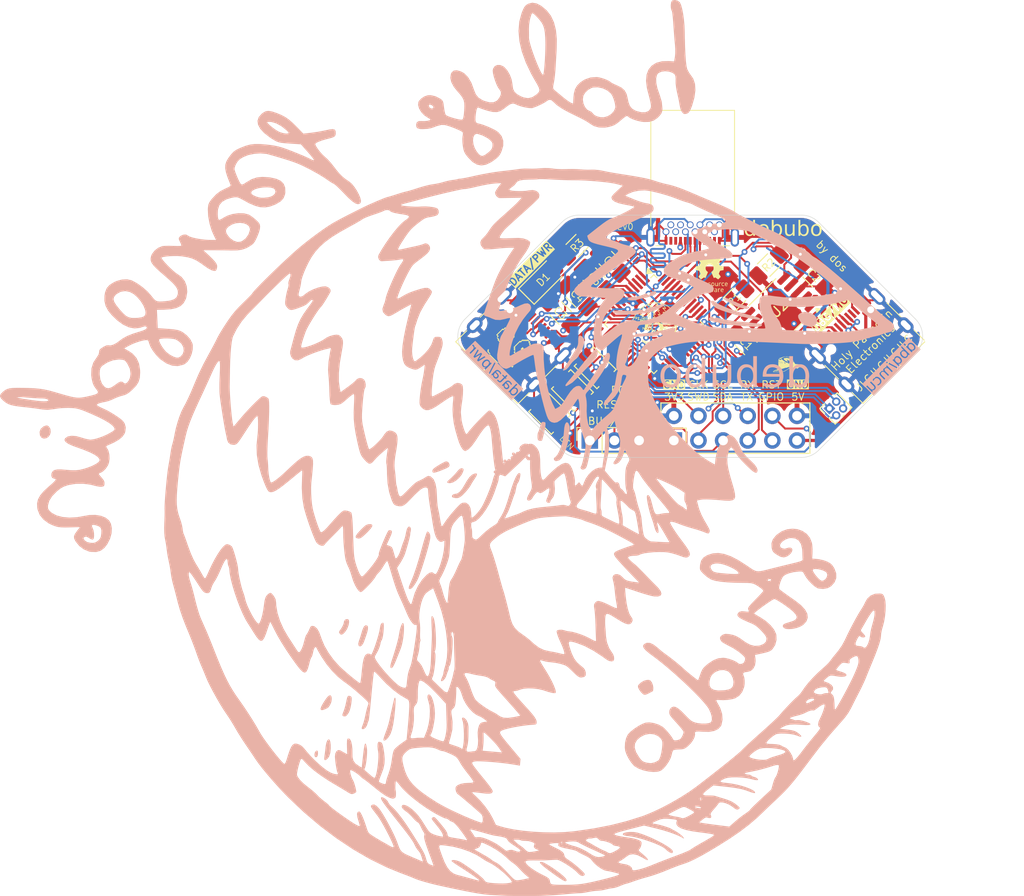
<source format=kicad_pcb>
(kicad_pcb
	(version 20240108)
	(generator "pcbnew")
	(generator_version "8.0")
	(general
		(thickness 1.6)
		(legacy_teardrops no)
	)
	(paper "A4")
	(layers
		(0 "F.Cu" signal)
		(1 "In1.Cu" power)
		(2 "In2.Cu" power)
		(31 "B.Cu" signal)
		(32 "B.Adhes" user "B.Adhesive")
		(33 "F.Adhes" user "F.Adhesive")
		(34 "B.Paste" user)
		(35 "F.Paste" user)
		(36 "B.SilkS" user "B.Silkscreen")
		(37 "F.SilkS" user "F.Silkscreen")
		(38 "B.Mask" user)
		(39 "F.Mask" user)
		(40 "Dwgs.User" user "User.Drawings")
		(41 "Cmts.User" user "User.Comments")
		(42 "Eco1.User" user "User.Eco1")
		(43 "Eco2.User" user "User.Eco2")
		(44 "Edge.Cuts" user)
		(45 "Margin" user)
		(46 "B.CrtYd" user "B.Courtyard")
		(47 "F.CrtYd" user "F.Courtyard")
		(48 "B.Fab" user)
		(49 "F.Fab" user)
		(50 "User.1" user)
		(51 "User.2" user)
		(52 "User.3" user)
		(53 "User.4" user)
		(54 "User.5" user)
		(55 "User.6" user)
		(56 "User.7" user)
		(57 "User.8" user)
		(58 "User.9" user)
	)
	(setup
		(stackup
			(layer "F.SilkS"
				(type "Top Silk Screen")
				(color "White")
			)
			(layer "F.Paste"
				(type "Top Solder Paste")
			)
			(layer "F.Mask"
				(type "Top Solder Mask")
				(color "Green")
				(thickness 0.01)
			)
			(layer "F.Cu"
				(type "copper")
				(thickness 0.035)
			)
			(layer "dielectric 1"
				(type "prepreg")
				(color "FR4 natural")
				(thickness 0.1)
				(material "FR4")
				(epsilon_r 4.5)
				(loss_tangent 0.02)
			)
			(layer "In1.Cu"
				(type "copper")
				(thickness 0.035)
			)
			(layer "dielectric 2"
				(type "core")
				(thickness 1.24)
				(material "FR4")
				(epsilon_r 4.5)
				(loss_tangent 0.02)
			)
			(layer "In2.Cu"
				(type "copper")
				(thickness 0.035)
			)
			(layer "dielectric 3"
				(type "prepreg")
				(thickness 0.1)
				(material "FR4")
				(epsilon_r 4.5)
				(loss_tangent 0.02)
			)
			(layer "B.Cu"
				(type "copper")
				(thickness 0.035)
			)
			(layer "B.Mask"
				(type "Bottom Solder Mask")
				(color "Green")
				(thickness 0.01)
			)
			(layer "B.Paste"
				(type "Bottom Solder Paste")
			)
			(layer "B.SilkS"
				(type "Bottom Silk Screen")
				(color "White")
			)
			(copper_finish "ENIG")
			(dielectric_constraints no)
		)
		(pad_to_mask_clearance 0)
		(allow_soldermask_bridges_in_footprints no)
		(pcbplotparams
			(layerselection 0x00010fc_ffffffff)
			(plot_on_all_layers_selection 0x0000000_00000000)
			(disableapertmacros no)
			(usegerberextensions yes)
			(usegerberattributes yes)
			(usegerberadvancedattributes yes)
			(creategerberjobfile yes)
			(dashed_line_dash_ratio 12.000000)
			(dashed_line_gap_ratio 3.000000)
			(svgprecision 4)
			(plotframeref no)
			(viasonmask no)
			(mode 1)
			(useauxorigin no)
			(hpglpennumber 1)
			(hpglpenspeed 20)
			(hpglpendiameter 15.000000)
			(pdf_front_fp_property_popups yes)
			(pdf_back_fp_property_popups yes)
			(dxfpolygonmode yes)
			(dxfimperialunits yes)
			(dxfusepcbnewfont yes)
			(psnegative no)
			(psa4output no)
			(plotreference yes)
			(plotvalue yes)
			(plotfptext yes)
			(plotinvisibletext no)
			(sketchpadsonfab no)
			(subtractmaskfromsilk yes)
			(outputformat 1)
			(mirror no)
			(drillshape 0)
			(scaleselection 1)
			(outputdirectory "gerbers/")
		)
	)
	(net 0 "")
	(net 1 "unconnected-(U1A-PB14-Pad26)")
	(net 2 "unconnected-(U1A-PF1-OSC_OUT-Pad9)")
	(net 3 "D+")
	(net 4 "D-")
	(net 5 "VBUS")
	(net 6 "unconnected-(U1A-PB4-Pad43)")
	(net 7 "unconnected-(U1A-PF0-OSC_IN-Pad8)")
	(net 8 "PD2_CC1")
	(net 9 "unconnected-(U1A-PB0-Pad19)")
	(net 10 "unconnected-(U1A-PB13-Pad25)")
	(net 11 "unconnected-(U1A-PC14-OSC32_IN-Pad2)")
	(net 12 "unconnected-(U1A-PC7-Pad31)")
	(net 13 "PD2_CC2")
	(net 14 "DBG_VBUS")
	(net 15 "DBG_D-")
	(net 16 "DBG_D+")
	(net 17 "Net-(J2-CC1)")
	(net 18 "Net-(J2-CC2)")
	(net 19 "SBU1")
	(net 20 "PD1_CC2")
	(net 21 "unconnected-(U1A-PB9-Pad48)")
	(net 22 "unconnected-(U1A-PA12[PA10]-Pad34)")
	(net 23 "unconnected-(U1A-PB12-Pad24)")
	(net 24 "PD1_CC1")
	(net 25 "unconnected-(U1A-PB8-Pad47)")
	(net 26 "SBU2")
	(net 27 "I2C_SCL")
	(net 28 "RESET")
	(net 29 "unconnected-(U1A-PB3-Pad42)")
	(net 30 "unconnected-(U1A-PC15-OSC32_OUT-Pad3)")
	(net 31 "SWDIO")
	(net 32 "I2C_SDA")
	(net 33 "BOOT")
	(net 34 "unconnected-(U1A-PB5-Pad44)")
	(net 35 "STM_RX")
	(net 36 "unconnected-(U1A-PB1-Pad20)")
	(net 37 "V3")
	(net 38 "STM_TX")
	(net 39 "Net-(U1B-VREF+)")
	(net 40 "Net-(D1-A)")
	(net 41 "GPIO")
	(net 42 "LED")
	(net 43 "BTN")
	(net 44 "SPI_MISO")
	(net 45 "SPI_MOSI")
	(net 46 "unconnected-(U1A-PA15-Pad37)")
	(net 47 "SPI_NSS")
	(net 48 "SPI_SCK")
	(net 49 "GND")
	(net 50 "BD+")
	(net 51 "BD-")
	(footprint "LOGO" (layer "F.Cu") (at 151.5 98.9))
	(footprint "Capacitor_SMD:C_1206_3216Metric_Pad1.33x1.80mm_HandSolder" (layer "F.Cu") (at 131.5951 90.0951 -45))
	(footprint "Button_Switch_SMD:SW_SPST_B3U-1000P" (layer "F.Cu") (at 127 103.95 135))
	(footprint "Debubo:SolderJumperSmol" (layer "F.Cu") (at 134.517157 86.717157 -45))
	(footprint "Capacitor_SMD:C_1206_3216Metric_Pad1.33x1.80mm_HandSolder" (layer "F.Cu") (at 129.8451 91.8451 135))
	(footprint "Capacitor_SMD:C_1206_3216Metric_Pad1.33x1.80mm_HandSolder" (layer "F.Cu") (at 147.25 96.75 135))
	(footprint "LOGO" (layer "F.Cu") (at 122.75 97.25 -45))
	(footprint "Capacitor_SMD:C_1206_3216Metric_Pad1.33x1.80mm_HandSolder" (layer "F.Cu") (at 154.25 89.75 135))
	(footprint "Capacitor_SMD:C_1206_3216Metric_Pad1.33x1.80mm_HandSolder" (layer "F.Cu") (at 133.25 88.3951 135))
	(footprint "Package_QFP:LQFP-48_7x7mm_P0.5mm" (layer "F.Cu") (at 137.75 94.75 -45))
	(footprint "Resistor_SMD:R_1206_3216Metric_Pad1.30x1.75mm_HandSolder" (layer "F.Cu") (at 149.596 88.654 45))
	(footprint "LOGO"
		(layer "F.Cu")
		(uuid "4785eff3-e543-4da4-b599-ea83da64dc85")
		(at 137.721624 94.35644)
		(property "Reference" "GPANG"
			(at 0 0 0)
			(layer "F.SilkS")
			(hide yes)
			(uuid "97468709-a4d4-4dba-b48b-3ea4b6fea43f")
			(effects
				(font
					(size 1.5 1.5)
					(thickness 0.3)
				)
			)
		)
		(property "Value" "LOGO"
			(at 0.75 0 0)
			(layer "F.SilkS")
			(hide yes)
			(uuid "6daeae5d-edac-4c57-9798-fda9de553c26")
			(effects
				(font
					(size 1.5 1.5)
					(thickness 0.3)
				)
			)
		)
		(property "Footprint" "LOGO"
			(at 0 0 0)
			(unlocked yes)
			(layer "F.Fab")
			(hide yes)
			(uuid "f22c43c4-e540-4514-ae0e-6121c9681813")
			(effects
				(font
					(size 1.27 1.27)
					(thickness 0.15)
				)
			)
		)
		(property "Datasheet" ""
			(at 0 0 0)
			(unlocked yes)
			(layer "F.Fab")
			(hide yes)
			(uuid "fc718c03-6242-424a-afe7-693a5f74999c")
			(effects
				(font
					(size 1.27 1.27)
					(thickness 0.15)
				)
			)
		)
		(property "Description" ""
			(at 0 0 0)
			(unlocked yes)
			(layer "F.Fab")
			(hide yes)
			(uuid "b837c190-3137-441e-b8ad-e8a1ef3dd34a")
			(effects
				(font
					(size 1.27 1.27)
					(thickness 0.15)
				)
			)
		)
		(attr board_only exclude_from_pos_files exclude_from_bom)
		(fp_poly
			(pts
				(xy 2.093733 0.587019) (xy 2.103678 0.595358) (xy 2.109433 0.604975) (xy 2.109011 0.610894) (xy 2.101548 0.616413)
				(xy 2.091148 0.612209) (xy 2.083789 0.605688) (xy 2.074338 0.593558) (xy 2.074319 0.58593) (xy 2.082928 0.583461)
			)
			(stroke
				(width 0)
				(type solid)
			)
			(fill solid)
			(layer "F.SilkS")
			(uuid "ac657206-7708-43c0-a1e8-c783de963f3a")
		)
		(fp_poly
			(pts
				(xy -1.932415 0.436049) (xy -1.925149 0.445848) (xy -1.923187 0.450927) (xy -1.917452 0.479205)
				(xy -1.921547 0.502697) (xy -1.926811 0.511926) (xy -1.936295 0.525842) (xy -1.942654 0.536292)
				(xy -1.953549 0.545756) (xy -1.969758 0.549436) (xy -1.986971 0.547105) (xy -2.000121 0.539323)
				(xy -2.009805 0.522618) (xy -2.011184 0.502562) (xy -2.005499 0.481498) (xy -1.993991 0.461765)
				(xy -1.977899 0.445707) (xy -1.958466 0.435664) (xy -1.944024 0.433465)
			)
			(stroke
				(width 0)
				(type solid)
			)
			(fill solid)
			(layer "F.SilkS")
			(uuid "1ebe9809-4fe8-4c80-ad44-ce21a3ff5c95")
		)
		(fp_poly
			(pts
				(xy 0.291162 -0.18097) (xy 0.305685 -0.178322) (xy 0.32908 -0.174645) (xy 0.354861 -0.172493) (xy 0.364242 -0.17226)
				(xy 0.383564 -0.17141) (xy 0.392622 -0.168339) (xy 0.392171 -0.162265) (xy 0.383209 -0.152623) (xy 0.367257 -0.144378)
				(xy 0.34474 -0.140389) (xy 0.319403 -0.140772) (xy 0.294995 -0.145644) (xy 0.284784 -0.149575) (xy 0.268497 -0.158373)
				(xy 0.262059 -0.16572) (xy 0.264617 -0.173162) (xy 0.269293 -0.177642) (xy 0.277661 -0.181298)
			)
			(stroke
				(width 0)
				(type solid)
			)
			(fill solid)
			(layer "F.SilkS")
			(uuid "219769a4-c93b-43b4-a94a-8eebe24ec2ae")
		)
		(fp_poly
			(pts
				(xy 1.821885 0.375303) (xy 1.845162 0.381754) (xy 1.854544 0.384657) (xy 1.878995 0.393796) (xy 1.892572 0.402369)
				(xy 1.89522 0.410274) (xy 1.886887 0.417409) (xy 1.874021 0.422022) (xy 1.859689 0.425906) (xy 1.850723 0.426988)
				(xy 1.841688 0.425099) (xy 1.828698 0.420612) (xy 1.813897 0.412722) (xy 1.801074 0.401406) (xy 1.792672 0.389451)
				(xy 1.791134 0.379644) (xy 1.791716 0.378415) (xy 1.797033 0.373819) (xy 1.806466 0.372719)
			)
			(stroke
				(width 0)
				(type solid)
			)
			(fill solid)
			(layer "F.SilkS")
			(uuid "2976cb09-dd76-4521-8f9e-39d240b55eb0")
		)
		(fp_poly
			(pts
				(xy 0.987596 -0.2862) (xy 0.993506 -0.285602) (xy 1.020791 -0.281808) (xy 1.037653 -0.276844) (xy 1.044762 -0.270205)
				(xy 1.042787 -0.261388) (xy 1.036218 -0.253508) (xy 1.029685 -0.248883) (xy 1.020052 -0.246328)
				(xy 1.005136 -0.245685) (xy 0.982751 -0.246796) (xy 0.9641 -0.248303) (xy 0.937224 -0.251982) (xy 0.921243 -0.257445)
				(xy 0.916065 -0.264782) (xy 0.9216 -0.274081) (xy 0.931031 -0.281306) (xy 0.939621 -0.285765) (xy 0.949999 -0.287935)
				(xy 0.965035 -0.288014)
			)
			(stroke
				(width 0)
				(type solid)
			)
			(fill solid)
			(layer "F.SilkS")
			(uuid "a1f3aeea-364e-44a6-9f33-acc2d70590f8")
		)
		(fp_poly
			(pts
				(xy 1.433889 0.081229) (xy 1.437538 0.084741) (xy 1.446012 0.09153) (xy 1.461055 0.098914) (xy 1.47839 0.105067)
				(xy 1.491993 0.107996) (xy 1.501064 0.113136) (xy 1.503106 0.122709) (xy 1.500918 0.132624) (xy 1.492209 0.136835)
				(xy 1.486436 0.137543) (xy 1.471083 0.136057) (xy 1.452373 0.130656) (xy 1.445713 0.127894) (xy 1.425516 0.116454)
				(xy 1.411517 0.104182) (xy 1.405188 0.092721) (xy 1.407025 0.084741) (xy 1.417199 0.078697) (xy 1.422937 0.077795)
			)
			(stroke
				(width 0)
				(type solid)
			)
			(fill solid)
			(layer "F.SilkS")
			(uuid "6b006c0c-942b-4a76-8d3f-47ad988798a7")
		)
		(fp_poly
			(pts
				(xy 1.98597 0.578947) (xy 1.999716 0.586146) (xy 2.015612 0.598914) (xy 2.018323 0.60152) (xy 2.035036 0.617572)
				(xy 2.051841 0.633055) (xy 2.060257 0.640461) (xy 2.073606 0.653431) (xy 2.077198 0.661703) (xy 2.071022 0.665921)
				(xy 2.059784 0.666812) (xy 2.042286 0.663123) (xy 2.023211 0.65116) (xy 2.018502 0.647268) (xy 2.001906 0.631055)
				(xy 1.987336 0.613288) (xy 1.976889 0.596854) (xy 1.972664 0.584638) (xy 1.972653 0.584194) (xy 1.976305 0.578052)
			)
			(stroke
				(width 0)
				(type solid)
			)
			(fill solid)
			(layer "F.SilkS")
			(uuid "30d1cda9-4e39-43c1-8c94-f16a6dbcccdc")
		)
		(fp_poly
			(pts
				(xy 1.360202 0.18516) (xy 1.378611 0.193839) (xy 1.392034 0.202524) (xy 1.41137 0.215377) (xy 1.430826 0.227522)
				(xy 1.440593 0.233199) (xy 1.455701 0.244315) (xy 1.461418 0.255232) (xy 1.461431 0.255724) (xy 1.457244 0.264409)
				(xy 1.446039 0.26658) (xy 1.429843 0.262176) (xy 1.419668 0.257) (xy 1.395418 0.24271) (xy 1.378606 0.232563)
				(xy 1.367037 0.22516) (xy 1.358518 0.2191) (xy 1.351383 0.213422) (xy 1.341313 0.201336) (xy 1.340855 0.192584)
				(xy 1.347848 0.184787)
			)
			(stroke
				(width 0)
				(type solid)
			)
			(fill solid)
			(layer "F.SilkS")
			(uuid "c0b9abc3-53e5-4895-a3cd-2521847c850b")
		)
		(fp_poly
			(pts
				(xy 0.413586 -0.283612) (xy 0.414676 -0.282817) (xy 0.421077 -0.27524) (xy 0.419885 -0.268359) (xy 0.410173 -0.261336)
				(xy 0.39101 -0.253331) (xy 0.376471 -0.248327) (xy 0.351583 -0.240272) (xy 0.334994 -0.235608) (xy 0.324499 -0.234101)
				(xy 0.317891 -0.23552) (xy 0.312963 -0.23963) (xy 0.311401 -0.241453) (xy 0.306511 -0.254333) (xy 0.310187 -0.266879)
				(xy 0.316736 -0.272492) (xy 0.326101 -0.275344) (xy 0.342994 -0.278954) (xy 0.363929 -0.282587)
				(xy 0.366055 -0.282914) (xy 0.389798 -0.285914) (xy 0.404926 -0.286148)
			)
			(stroke
				(width 0)
				(type solid)
			)
			(fill solid)
			(layer "F.SilkS")
			(uuid "ce4f3cb3-bef1-4aea-9e48-3a9138344b38")
		)
		(fp_poly
			(pts
				(xy 1.465457 2.002335) (xy 1.466299 2.012863) (xy 1.463751 2.032398) (xy 1.457782 2.061456) (xy 1.448391 2.10045)
				(xy 1.439302 2.135626) (xy 1.432071 2.161223) (xy 1.426245 2.178531) (xy 1.421372 2.188842) (xy 1.416998 2.193446)
				(xy 1.415587 2.193934) (xy 1.409002 2.192961) (xy 1.406238 2.185056) (xy 1.405863 2.175565) (xy 1.407516 2.157252)
				(xy 1.411981 2.132822) (xy 1.418517 2.104896) (xy 1.426384 2.076095) (xy 1.43484 2.049041) (xy 1.443145 2.026356)
				(xy 1.450557 2.010661) (xy 1.453717 2.006232) (xy 1.461253 2.000297)
			)
			(stroke
				(width 0)
				(type solid)
			)
			(fill solid)
			(layer "F.SilkS")
			(uuid "75941cb2-c3a2-4af2-b84f-9d45d51ae054")
		)
		(fp_poly
			(pts
				(xy -1.646773 0.06286) (xy -1.647219 0.069096) (xy -1.651096 0.082747) (xy -1.657409 0.101035) (xy -1.665165 0.12118)
				(xy -1.673369 0.140405) (xy -1.678071 0.1503) (xy -1.690145 0.170935) (xy -1.703588 0.188594) (xy -1.716348 0.200931)
				(xy -1.726375 0.2056) (xy -1.726417 0.2056) (xy -1.733136 0.203819) (xy -1.733713 0.202686) (xy -1.730957 0.196903)
				(xy -1.723687 0.184336) (xy -1.713393 0.167553) (xy -1.711899 0.165178) (xy -1.698673 0.142274)
				(xy -1.686187 0.11746) (xy -1.678352 0.099148) (xy -1.669389 0.079714) (xy -1.659885 0.066528) (xy -1.651271 0.061234)
			)
			(stroke
				(width 0)
				(type solid)
			)
			(fill solid)
			(layer "F.SilkS")
			(uuid "9e7d9363-affc-47c0-b36b-875cde412a35")
		)
		(fp_poly
			(pts
				(xy 1.723499 0.456051) (xy 1.739203 0.467998) (xy 1.743829 0.471833) (xy 1.762782 0.486328) (xy 1.782952 0.499741)
				(xy 1.793448 0.505734) (xy 1.809096 0.514494) (xy 1.815802 0.520953) (xy 1.814859 0.527138) (xy 1.810396 0.532338)
				(xy 1.804117 0.537064) (xy 1.796134 0.53802) (xy 1.782841 0.535264) (xy 1.774381 0.532889) (xy 1.761489 0.526592)
				(xy 1.744364 0.514893) (xy 1.726611 0.500266) (xy 1.725829 0.499555) (xy 1.709979 0.484461) (xy 1.701436 0.474265)
				(xy 1.698853 0.466892) (xy 1.700636 0.460717) (xy 1.706278 0.452942) (xy 1.713212 0.451209)
			)
			(stroke
				(width 0)
				(type solid)
			)
			(fill solid)
			(layer "F.SilkS")
			(uuid "ab5a3f2e-d8c6-4a58-93da-27bef9253d04")
		)
		(fp_poly
			(pts
				(xy -0.282151 -0.070954) (xy -0.269412 -0.062244) (xy -0.254826 -0.052441) (xy -0.243916 -0.045979)
				(xy -0.240111 -0.044454) (xy -0.231681 -0.040297) (xy -0.220931 -0.030318) (xy -0.211208 -0.018253)
				(xy -0.205861 -0.00784) (xy -0.205601 -0.005927) (xy -0.209338 0.002826) (xy -0.217344 0.009681)
				(xy -0.224115 0.010705) (xy -0.228743 0.007533) (xy -0.239967 -0.000382) (xy -0.255126 -0.011162)
				(xy -0.273362 -0.024805) (xy -0.289987 -0.038304) (xy -0.299417 -0.046837) (xy -0.308417 -0.056701)
				(xy -0.310015 -0.062999) (xy -0.304999 -0.069681) (xy -0.304142 -0.070543) (xy -0.298052 -0.075501)
				(xy -0.291743 -0.075882)
			)
			(stroke
				(width 0)
				(type solid)
			)
			(fill solid)
			(layer "F.SilkS")
			(uuid "2064a8c6-da98-440b-82ba-6b895f9443d5")
		)
		(fp_poly
			(pts
				(xy 1.502965 0.647207) (xy 1.51445 0.655298) (xy 1.533024 0.669195) (xy 1.559134 0.689234) (xy 1.593224 0.715752)
				(xy 1.613008 0.731236) (xy 1.633292 0.745746) (xy 1.658081 0.761536) (xy 1.680923 0.774594) (xy 1.699194 0.78506)
				(xy 1.712858 0.794381) (xy 1.719527 0.800884) (xy 1.71982 0.801857) (xy 1.715135 0.807802) (xy 1.702904 0.809675)
				(xy 1.685868 0.807614) (xy 1.666767 0.801756) (xy 1.660132 0.79885) (xy 1.637266 0.785403) (xy 1.609897 0.764578)
				(xy 1.5774 0.73585) (xy 1.539147 0.698695) (xy 1.532732 0.692218) (xy 1.512594 0.671228) (xy 1.500216 0.656836)
				(xy 1.495038 0.648272) (xy 1.4965 0.644766) (xy 1.498122 0.644585)
			)
			(stroke
				(width 0)
				(type solid)
			)
			(fill solid)
			(layer "F.SilkS")
			(uuid "8c4e9124-530b-4685-a3a7-5ca136c6afa3")
		)
		(fp_poly
			(pts
				(xy -0.394818 0.026768) (xy -0.378783 0.039138) (xy -0.367441 0.050654) (xy -0.343563 0.074357)
				(xy -0.317013 0.096232) (xy -0.289697 0.115134) (xy -0.26352 0.129913) (xy -0.240386 0.139424) (xy -0.2222 0.142518)
				(xy -0.216446 0.141612) (xy -0.207342 0.142927) (xy -0.202548 0.150711) (xy -0.203924 0.160593)
				(xy -0.206786 0.164315) (xy -0.224012 0.173494) (xy -0.24403 0.173072) (xy -0.250055 0.170978) (xy -0.263018 0.165368)
				(xy -0.281211 0.157457) (xy -0.29323 0.152216) (xy -0.310503 0.142602) (xy -0.331629 0.127821) (xy -0.354228 0.109912)
				(xy -0.375919 0.09091) (xy -0.394321 0.072852) (xy -0.407055 0.057775) (xy -0.410668 0.051741) (xy -0.416283 0.034388)
				(xy -0.414735 0.024422) (xy -0.407191 0.021872)
			)
			(stroke
				(width 0)
				(type solid)
			)
			(fill solid)
			(layer "F.SilkS")
			(uuid "fec170a4-69cc-467a-8e5e-3f1a230f8936")
		)
		(fp_poly
			(pts
				(xy 0.265586 -0.103844) (xy 0.29326 -0.096543) (xy 0.313957 -0.088909) (xy 0.34638 -0.077656) (xy 0.371124 -0.07296)
				(xy 0.389405 -0.074712) (xy 0.400832 -0.081247) (xy 0.4117 -0.086687) (xy 0.422103 -0.085908) (xy 0.427707 -0.079476)
				(xy 0.427871 -0.077717) (xy 0.424252 -0.070049) (xy 0.41542 -0.059305) (xy 0.414232 -0.058094) (xy 0.403453 -0.050048)
				(xy 0.389706 -0.045864) (xy 0.370733 -0.045332) (xy 0.344281 -0.048245) (xy 0.330797 -0.050379)
				(xy 0.312194 -0.054198) (xy 0.296683 -0.058589) (xy 0.2919 -0.060495) (xy 0.280424 -0.064974) (xy 0.26271 -0.070736)
				(xy 0.248665 -0.074828) (xy 0.228386 -0.081441) (xy 0.21862 -0.087481) (xy 0.218832 -0.093579) (xy 0.227462 -0.099827)
				(xy 0.244201 -0.104869)
			)
			(stroke
				(width 0)
				(type solid)
			)
			(fill solid)
			(layer "F.SilkS")
			(uuid "aa57f71c-03df-4b13-9366-b692924adf74")
		)
		(fp_poly
			(pts
				(xy 0.688605 -0.011353) (xy 0.701975 -0.003788) (xy 0.721271 0.008305) (xy 0.744938 0.023957) (xy 0.767458 0.039424)
				(xy 0.826809 0.080025) (xy 0.878204 0.113407) (xy 0.921964 0.139766) (xy 0.958407 0.159302) (xy 0.968927 0.164305)
				(xy 0.987478 0.174007) (xy 0.996063 0.181753) (xy 0.996564 0.18643) (xy 0.988945 0.192856) (xy 0.973157 0.19307)
				(xy 0.948848 0.187033) (xy 0.924315 0.178183) (xy 0.907592 0.170196) (xy 0.883899 0.156993) (xy 0.855265 0.139887)
				(xy 0.823714 0.120187) (xy 0.791275 0.099205) (xy 0.759973 0.078252) (xy 0.731836 0.058637) (xy 0.70889 0.041673)
				(xy 0.693207 0.028711) (xy 0.682906 0.015382) (xy 0.678041 0.001283) (xy 0.679499 -0.010023) (xy 0.682717 -0.013419)
			)
			(stroke
				(width 0)
				(type solid)
			)
			(fill solid)
			(layer "F.SilkS")
			(uuid "8db06e1b-b52d-4d45-93b6-869ea0c98fa3")
		)
		(fp_poly
			(pts
				(xy 1.174462 0.325643) (xy 1.189649 0.334338) (xy 1.206815 0.346341) (xy 1.222795 0.359614) (xy 1.223649 0.360408)
				(xy 1.241211 0.375015) (xy 1.267123 0.393982) (xy 1.299981 0.416348) (xy 1.338381 0.441148) (xy 1.369781 0.46065)
				(xy 1.388205 0.473468) (xy 1.397243 0.483444) (xy 1.396588 0.49006) (xy 1.388732 0.492601) (xy 1.380305 0.490502)
				(xy 1.365211 0.484199) (xy 1.34645 0.474968) (xy 1.343023 0.473152) (xy 1.319133 0.460353) (xy 1.293981 0.446883)
				(xy 1.274581 0.436499) (xy 1.256804 0.425398) (xy 1.237379 0.410686) (xy 1.217639 0.393743) (xy 1.198918 0.375952)
				(xy 1.182547 0.358694) (xy 1.169859 0.343349) (xy 1.162187 0.331301) (xy 1.160864 0.32393) (xy 1.164419 0.322293)
			)
			(stroke
				(width 0)
				(type solid)
			)
			(fill solid)
			(layer "F.SilkS")
			(uuid "2a39b8c1-5611-4ea6-845e-23816d860d9a")
		)
		(fp_poly
			(pts
				(xy -0.827971 -0.209095) (xy -0.813612 -0.207488) (xy -0.792779 -0.20421) (xy -0.764276 -0.199139)
				(xy -0.726905 -0.192155) (xy -0.694597 -0.186018) (xy -0.661235 -0.17971) (xy -0.629973 -0.173885)
				(xy -0.603147 -0.168972) (xy -0.583096 -0.1654) (xy -0.573737 -0.163832) (xy -0.557549 -0.159956)
				(xy -0.550571 -0.155243) (xy -0.553519 -0.150501) (xy -0.559845 -0.148114) (xy -0.597189 -0.142649)
				(xy -0.639029 -0.144932) (xy -0.657216 -0.147259) (xy -0.682781 -0.150142) (xy -0.712031 -0.153178)
				(xy -0.735631 -0.15545) (xy -0.762647 -0.158354) (xy -0.786464 -0.16166) (xy -0.804391 -0.164948)
				(xy -0.813426 -0.167622) (xy -0.833021 -0.180726) (xy -0.843328 -0.194579) (xy -0.844629 -0.201246)
				(xy -0.844187 -0.205107) (xy -0.842061 -0.207783) (xy -0.837055 -0.209153)
			)
			(stroke
				(width 0)
				(type solid)
			)
			(fill solid)
			(layer "F.SilkS")
			(uuid "7846a38d-13d3-45fb-b3b8-ac7eea47cadf")
		)
		(fp_poly
			(pts
				(xy -1.572707 0.027122) (xy -1.570004 0.03947) (xy -1.569862 0.055766) (xy -1.572529 0.072099) (xy -1.578621 0.086904)
				(xy -1.590379 0.108737) (xy -1.60667 0.135838) (xy -1.626363 0.166442) (xy -1.648325 0.198788) (xy -1.671424 0.231112)
				(xy -1.693067 0.259779) (xy -1.71196 0.283295) (xy -1.725372 0.298073) (xy -1.733949 0.304646) (xy -1.738337 0.303548)
				(xy -1.739269 0.297894) (xy -1.736202 0.289467) (xy -1.72826 0.275608) (xy -1.719869 0.263164) (xy -1.696231 0.230008)
				(xy -1.677712 0.203286) (xy -1.662753 0.180553) (xy -1.64979 0.159362) (xy -1.637263 0.137269) (xy -1.62535 0.11512)
				(xy -1.613257 0.091375) (xy -1.603425 0.070364) (xy -1.596921 0.054484) (xy -1.594793 0.046475)
				(xy -1.591477 0.034326) (xy -1.583837 0.024764) (xy -1.577614 0.022227)
			)
			(stroke
				(width 0)
				(type solid)
			)
			(fill solid)
			(layer "F.SilkS")
			(uuid "30de9b28-1281-4ef3-b6e0-8562456619fa")
		)
		(fp_poly
			(pts
				(xy -1.189611 -0.319266) (xy -1.188677 -0.318487) (xy -1.189128 -0.312144) (xy -1.196811 -0.302514)
				(xy -1.209254 -0.291725) (xy -1.223985 -0.281907) (xy -1.238533 -0.275191) (xy -1.23916 -0.27499)
				(xy -1.252771 -0.269223) (xy -1.26941 -0.260248) (xy -1.27378 -0.257578) (xy -1.28833 -0.249498)
				(xy -1.299993 -0.2449) (xy -1.302625 -0.244498) (xy -1.311854 -0.241577) (xy -1.313766 -0.239605)
				(xy -1.322097 -0.234348) (xy -1.335431 -0.231615) (xy -1.347767 -0.232383) (xy -1.350648 -0.233603)
				(xy -1.35435 -0.240964) (xy -1.353275 -0.244173) (xy -1.345818 -0.250142) (xy -1.331071 -0.258206)
				(xy -1.312263 -0.266877) (xy -1.292623 -0.274667) (xy -1.275381 -0.280088) (xy -1.275279 -0.280113)
				(xy -1.258987 -0.286437) (xy -1.24252 -0.296024) (xy -1.241938 -0.296444) (xy -1.217804 -0.312341)
				(xy -1.200273 -0.319985)
			)
			(stroke
				(width 0)
				(type solid)
			)
			(fill solid)
			(layer "F.SilkS")
			(uuid "e3156611-c05e-4ac7-b329-8a1839c879ca")
		)
		(fp_poly
			(pts
				(xy -1.067143 -0.312935) (xy -1.0669 -0.310476) (xy -1.070969 -0.303113) (xy -1.081936 -0.290616)
				(xy -1.097943 -0.274693) (xy -1.117132 -0.257051) (xy -1.137644 -0.239399) (xy -1.157621 -0.223445)
				(xy -1.175204 -0.210898) (xy -1.175257 -0.210864) (xy -1.192876 -0.199202) (xy -1.207348 -0.189279)
				(xy -1.21561 -0.183196) (xy -1.21572 -0.183103) (xy -1.229129 -0.174514) (xy -1.248076 -0.165941)
				(xy -1.270278 -0.15798) (xy -1.293455 -0.151228) (xy -1.315325 -0.146281) (xy -1.333607 -0.143737)
				(xy -1.346019 -0.14419) (xy -1.350296 -0.14791) (xy -1.345445 -0.151808) (xy -1.332258 -0.158674)
				(xy -1.312784 -0.167518) (xy -1.290531 -0.176772) (xy -1.227823 -0.205464) (xy -1.174177 -0.238052)
				(xy -1.127911 -0.275587) (xy -1.11954 -0.283637) (xy -1.099388 -0.301926) (xy -1.083318 -0.313221)
				(xy -1.072261 -0.317049)
			)
			(stroke
				(width 0)
				(type solid)
			)
			(fill solid)
			(layer "F.SilkS")
			(uuid "10b1cf3e-69a6-4d0a-bd43-e0bd2cf87a8a")
		)
		(fp_poly
			(pts
				(xy 0.961002 2.19818) (xy 0.959021 2.207045) (xy 0.949464 2.220169) (xy 0.941332 2.228564) (xy 0.924047 2.247471)
				(xy 0.904913 2.272271) (xy 0.88511 2.300977) (xy 0.865817 2.331602) (xy 0.848211 2.362159) (xy 0.833472 2.39066)
				(xy 0.822778 2.415117) (xy 0.817309 2.433543) (xy 0.816845 2.438459) (xy 0.815084 2.453361) (xy 0.810737 2.468471)
				(xy 0.805207 2.479914) (xy 0.800394 2.483876) (xy 0.793765 2.480467) (xy 0.790943 2.477978) (xy 0.788761 2.468634)
				(xy 0.791312 2.451295) (xy 0.7979 2.427665) (xy 0.807831 2.399449) (xy 0.820408 2.368349) (xy 0.834938 2.33607)
				(xy 0.850724 2.304315) (xy 0.867073 2.274788) (xy 0.883288 2.249193) (xy 0.885681 2.245776) (xy 0.899308 2.230148)
				(xy 0.916564 2.215089) (xy 0.934338 2.202883) (xy 0.949521 2.195819) (xy 0.954863 2.194924)
			)
			(stroke
				(width 0)
				(type solid)
			)
			(fill solid)
			(layer "F.SilkS")
			(uuid "01551c69-6e29-4c37-a8cb-88ed8f939d3b")
		)
		(fp_poly
			(pts
				(xy -1.495502 0.100126) (xy -1.494772 0.103484) (xy -1.498673 0.115409) (xy -1.509684 0.133577)
				(xy -1.526761 0.156679) (xy -1.548862 0.183402) (xy -1.574944 0.212437) (xy -1.603965 0.242472)
				(xy -1.610261 0.24871) (xy -1.6422 0.279829) (xy -1.667385 0.303622) (xy -1.686722 0.320818) (xy -1.701118 0.332142)
				(xy -1.711479 0.338322) (xy -1.71871 0.340085) (xy -1.722681 0.338913) (xy -1.724723 0.337076) (xy -1.72499 0.334284)
				(xy -1.722709 0.329656) (xy -1.717105 0.322316) (xy -1.707403 0.311384) (xy -1.69283 0.295982) (xy -1.672611 0.275232)
				(xy -1.645972 0.248254) (xy -1.617425 0.219492) (xy -1.597086 0.197609) (xy -1.575244 0.171918)
				(xy -1.556534 0.147876) (xy -1.556081 0.147254) (xy -1.542555 0.128703) (xy -1.531078 0.113133)
				(xy -1.523549 0.103115) (xy -1.522211 0.101411) (xy -1.512855 0.095432) (xy -1.502407 0.095121)
			)
			(stroke
				(width 0)
				(type solid)
			)
			(fill solid)
			(layer "F.SilkS")
			(uuid "696d98d2-0c7a-4ea1-8161-0b6e94a12a6c")
		)
		(fp_poly
			(pts
				(xy -0.800957 -0.329451) (xy -0.790147 -0.317255) (xy -0.783158 -0.308956) (xy -0.776097 -0.302233)
				(xy -0.767288 -0.296312) (xy -0.755058 -0.29042) (xy -0.737732 -0.283782) (xy -0.713638 -0.275624)
				(xy -0.6811 -0.265174) (xy -0.669591 -0.261523) (xy -0.64043 -0.252305) (xy -0.620375 -0.245894)
				(xy -0.607969 -0.241641) (xy -0.601756 -0.2389) (xy -0.600278 -0.237021) (xy -0.602079 -0.235357)
				(xy -0.605702 -0.23326) (xy -0.605844 -0.233171) (xy -0.619146 -0.228769) (xy -0.637705 -0.230093)
				(xy -0.658581 -0.235569) (xy -0.678465 -0.239611) (xy -0.698322 -0.240457) (xy -0.701059 -0.240215)
				(xy -0.713818 -0.239912) (xy -0.727989 -0.242481) (xy -0.745834 -0.248646) (xy -0.769619 -0.259136)
				(xy -0.788944 -0.268426) (xy -0.811628 -0.283447) (xy -0.824373 -0.301065) (xy -0.826656 -0.320492)
				(xy -0.825929 -0.324067) (xy -0.820586 -0.335759) (xy -0.812468 -0.337593)
			)
			(stroke
				(width 0)
				(type solid)
			)
			(fill solid)
			(layer "F.SilkS")
			(uuid "e7bbed64-ffca-404b-a0cf-49fd67e1685b")
		)
		(fp_poly
			(pts
				(xy 0.187374 -1.866634) (xy 0.225124 -1.865443) (xy 0.266749 -1.8636) (xy 0.310744 -1.861217) (xy 0.355604 -1.858406)
				(xy 0.399821 -1.855279) (xy 0.44189 -1.85195) (xy 0.480305 -1.84853) (xy 0.51356 -1.845131) (xy 0.540148 -1.841866)
				(xy 0.558564 -1.838848) (xy 0.567103 -1.83632) (xy 0.573597 -1.835176) (xy 0.589074 -1.833486) (xy 0.611428 -1.831452)
				(xy 0.638552 -1.829276) (xy 0.647833 -1.828587) (xy 0.685621 -1.825287) (xy 0.717737 -1.820965)
				(xy 0.748785 -1.814782) (xy 0.783368 -1.805899) (xy 0.802953 -1.80032) (xy 0.833475 -1.791062) (xy 0.862675 -1.781536)
				(xy 0.88766 -1.772729) (xy 0.905537 -1.76563) (xy 0.908532 -1.76425) (xy 0.924119 -1.757266) (xy 0.947262 -1.747589)
				(xy 0.975094 -1.736387) (xy 1.00475 -1.72483) (xy 1.011332 -1.722319) (xy 1.078644 -1.695375) (xy 1.140656 -1.667415)
				(xy 1.203073 -1.635848) (xy 1.211376 -1.631418) (xy 1.246246 -1.613437) (xy 1.282021 -1.596245)
				(xy 1.315299 -1.581416) (xy 1.342679 -1.570522) (xy 1.344553 -1.569853) (xy 1.369242 -1.559054)
				(xy 1.3992 -1.542756) (xy 1.431387 -1.522835) (xy 1.462759 -1.501171) (xy 1.489214 -1.480538) (xy 1.50819 -1.465073)
				(xy 1.526076 -1.451349) (xy 1.539604 -1.441852) (xy 1.541783 -1.440511) (xy 1.554201 -1.431884)
				(xy 1.571054 -1.418469) (xy 1.588729 -1.403144) (xy 1.589016 -1.402883) (xy 1.608676 -1.385421)
				(xy 1.629361 -1.36769) (xy 1.644804 -1.354974) (xy 1.659428 -1.342432) (xy 1.679459 -1.324019) (xy 1.703268 -1.301357)
				(xy 1.729226 -1.276069) (xy 1.755702 -1.249777) (xy 1.781067 -1.224105) (xy 1.803692 -1.200676)
				(xy 1.821946 -1.181111) (xy 1.8342 -1.167034) (xy 1.836447 -1.164144) (xy 1.847252 -1.15067) (xy 1.8633 -1.132018)
				(xy 1.882125 -1.111014) (xy 1.895407 -1.096665) (xy 1.914762 -1.074785) (xy 1.932796 -1.052147)
				(xy 1.947028 -1.031977) (xy 1.9531 -1.021649) (xy 1.965571 -0.99901) (xy 1.980211 -0.974906) (xy 1.987324 -0.9641)
				(xy 2.000058 -0.944061) (xy 2.01416 -0.919689) (xy 2.02497 -0.899375) (xy 2.037266 -0.876358) (xy 2.05082 -0.853078)
				(xy 2.06141 -0.836514) (xy 2.07324 -0.817388) (xy 2.086165 -0.79357) (xy 2.0959 -0.773433) (xy 2.104999 -0.753627)
				(xy 2.117395 -0.727324) (xy 2.131444 -0.69798) (xy 2.145239 -0.669591) (xy 2.164225 -0.627315) (xy 2.183413 -0.57814)
				(xy 2.201241 -0.526143) (xy 2.205902 -0.511223) (xy 2.217046 -0.47567) (xy 2.229102 -0.438822) (xy 2.240912 -0.404114)
				(xy 2.251319 -0.374984) (xy 2.255486 -0.363969) (xy 2.265771 -0.336612) (xy 2.275591 -0.308928)
				(xy 2.283493 -0.28508) (xy 2.286509 -0.27506) (xy 2.293492 -0.251624) (xy 2.302158 -0.224273) (xy 2.309311 -0.202822)
				(xy 2.317045 -0.176892) (xy 2.325489 -0.142829) (xy 2.334076 -0.103542) (xy 2.342237 -0.061938)
				(xy 2.349406 -0.020926) (xy 2.355013 0.016586) (xy 2.358493 0.047692) (xy 2.358677 0.050011) (xy 2.361489 0.077769)
				(xy 2.36585 0.110633) (xy 2.370971 0.142845) (xy 2.37278 0.152811) (xy 2.377946 0.183286) (xy 2.383137 0.219208)
				(xy 2.387572 0.254938) (xy 2.389386 0.272282) (xy 2.392476 0.30355) (xy 2.395873 0.336181) (xy 2.399078 0.365456)
				(xy 2.400784 0.380133) (xy 2.403696 0.414604) (xy 2.405369 0.457672) (xy 2.405826 0.506892) (xy 2.405092 0.559818)
				(xy 2.403188 0.614007) (xy 2.40014 0.667012) (xy 2.397758 0.697375) (xy 2.38265 0.827937) (xy 2.36058 0.955895)
				(xy 2.331912 1.079982) (xy 2.297012 1.19893) (xy 2.256246 1.31147) (xy 2.20998 1.416334) (xy 2.167049 1.497707)
				(xy 2.15236 1.523619) (xy 2.139149 1.547444) (xy 2.128693 1.56684) (xy 2.122272 1.579466) (xy 2.121547 1.581058)
				(xy 2.114077 1.595017) (xy 2.101298 1.61559) (xy 2.084689 1.640592) (xy 2.065724 1.667836) (xy 2.045883 1.695135)
				(xy 2.032938 1.712233) (xy 1.991344 1.765887) (xy 1.955586 1.811457) (xy 1.924932 1.849828) (xy 1.898652 1.881881)
				(xy 1.876014 1.9085) (xy 1.856286 1.930567) (xy 1.838737 1.948965) (xy 1.828177 1.959351) (xy 1.751173 2.030605)
				(xy 1.67177 2.099455) (xy 1.592344 2.163941) (xy 1.515273 2.222105) (xy 1.475322 2.250296) (xy 1.450577 2.267458)
				(xy 1.42836 2.28318) (xy 1.410666 2.296028) (xy 1.399492 2.304564) (xy 1.397528 2.306235) (xy 1.386779 2.314147)
				(xy 1.370002 2.324515) (xy 1.353838 2.333481) (xy 1.333551 2.345012) (xy 1.314586 2.357254) (xy 1.303827 2.365317)
				(xy 1.28747 2.376925) (xy 1.26765 2.388131) (xy 1.261387 2.391086) (xy 1.243328 2.399997) (xy 1.227438 2.409382)
				(xy 1.223003 2.412534) (xy 1.210095 2.419929) (xy 1.191394 2.427677) (xy 1.178549 2.431857) (xy 1.160697 2.437405)
				(xy 1.147073 2.442424) (xy 1.141916 2.445005) (xy 1.134257 2.448834) (xy 1.119148 2.45504) (xy 1.099646 2.462377)
				(xy 1.096629 2.463463) (xy 1.072079 2.47291) (xy 1.043138 2.485018) (xy 1.015346 2.497454) (xy 1.010499 2.499735)
				(xy 0.985575 2.510594) (xy 0.954373 2.522755) (xy 0.921328 2.534546) (xy 0.897418 2.542322) (xy 0.868344 2.551568)
				(xy 0.839924 2.561115) (xy 0.815614 2.569773) (xy 0.800175 2.575794) (xy 0.775468 2.585436) (xy 0.748639 2.59413)
				(xy 0.718091 2.60224) (xy 0.682227 2.610132) (xy 0.639449 2.61817) (xy 0.588161 2.626717) (xy 0.552899 2.632202)
				(xy 0.46896 2.643625) (xy 0.393258 2.650914) (xy 0.323757 2.65418) (xy 0.258423 2.65353) (xy 0.211157 2.650558)
				(xy 0.187363 2.648735) (xy 0.156282 2.646656) (xy 0.121728 2.644562) (xy 0.087517 2.642694) (xy 0.083351 2.642483)
				(xy 0.052025 2.640526) (xy 0.021544 2.637696) (xy -0.009749 2.633701) (xy -0.043511 2.628248) (xy -0.081401 2.621044)
				(xy -0.125074 2.611799) (xy -0.176189 2.600218) (xy -0.235146 2.586311) (xy -0.325638 2.566173)
				(xy -0.415558 2.549351) (xy -0.510493 2.53481) (xy -0.518599 2.533696) (xy -0.556551 2.527464) (xy -0.588353 2.519494)
				(xy -0.618963 2.508428) (xy -0.632916 2.502415) (xy -0.651401 2.494326) (xy -0.676384 2.483637)
				(xy -0.704077 2.471961) (xy -0.72238 2.464339) (xy -0.750631 2.452184) (xy -0.779473 2.439001) (xy -0.804739 2.426731)
				(xy -0.816846 2.420396) (xy -0.838654 2.408641) (xy -0.8657 2.394342) (xy -0.893301 2.379967) (xy -0.902975 2.374991)
				(xy -0.948631 2.350923) (xy -0.987095 2.32922) (xy -1.017604 2.310356) (xy -1.039393 2.294802) (xy -1.050369 2.284305)
				(xy -0.857139 2.284305) (xy -0.856756 2.294328) (xy -0.848674 2.308559) (xy -0.840584 2.318331)
				(xy -0.829058 2.327871) (xy -0.812247 2.338375) (xy -0.7883 2.35104) (xy -0.766143 2.361907) (xy -0.743122 2.372529)
				(xy -0.715193 2.384708) (xy -0.684259 2.397693) (xy -0.652225 2.410731) (xy -0.620995 2.423067)
				(xy -0.592472 2.43395) (xy -0.568563 2.442626) (xy -0.551169 2.448342) (xy -0.542494 2.450343) (xy -0.540992 2.447164)
				(xy -0.543126 2.44359) (xy -0.56249 2.418607) (xy -0.575605 2.400335) (xy -0.583452 2.387041) (xy -0.584473 2.384155)
				(xy -0.511223 2.384155) (xy -0.506653 2.390338) (xy -0.494711 2.399636) (xy -0.478051 2.410369)
				(xy -0.459327 2.420855) (xy -0.441191 2.429414) (xy -0.437406 2.430925) (xy -0.414701 2.441922)
				(xy -0.400437 2.45393) (xy -0.395707 2.465903) (xy -0.396542 2.469988) (xy -0.397827 2.474595) (xy -0.396548 2.478172)
				(xy -0.391109 2.481274) (xy -0.379918 2.484456) (xy -0.361379 2.488271) (xy -0.333898 2.493274)
				(xy -0.325055 2.494844) (xy -0.294185 2.500608) (xy -0.261655 2.507158) (xy -0.232413 2.51348) (xy -0.219493 2.516499)
				(xy -0.196051 2.521727) (xy -0.174464 2.525716) (xy -0.158795 2.527729) (xy -0.156851 2.527826)
				(xy -0.144808 2.527631) (xy -0.141921 2.524572) (xy -0.146249 2.516378) (xy -0.146598 2.515828)
				(xy -0.15379 2.498814) (xy -0.155595 2.489906) (xy -0.05279 2.489906) (xy -0.048385 2.496768) (xy -0.037237 2.50664)
				(xy -0.022448 2.517374) (xy -0.007116 2.526819) (xy 0.005658 2.532826) (xy 0.010643 2.533887) (xy 0.019119 2.536878)
				(xy 0.033334 2.544679) (xy 0.048557 2.554495) (xy 0.078478 2.575103) (xy 0.168046 2.579575) (xy 0.198469 2.581276)
				(xy 0.224863 2.583095) (xy 0.245287 2.584871) (xy 0.257804 2.586444) (xy 0.26078 2.587279) (xy 0.267557 2.588351)
				(xy 0.281948 2.58786) (xy 0.297287 2.586324) (xy 0.319575 2.584429) (xy 0.347351 2.583324) (xy 0.375003 2.583221)
				(xy 0.37786 2.583281) (xy 0.425093 2.584425) (xy 0.446667 2.561068) (xy 0.531278 2.561068) (xy 0.532266 2.563546)
				(xy 0.537236 2.564466) (xy 0.547559 2.563726) (xy 0.564606 2.56122) (xy 0.589745 2.556846) (xy 0.624348 2.550501)
				(xy 0.626808 2.550045) (xy 0.652242 2.545579) (xy 0.674897 2.542042) (xy 0.691718 2.539888) (xy 0.69814 2.539444)
				(xy 0.70885 2.537631) (xy 0.727295 2.532706) (xy 0.750795 2.525444) (xy 0.774263 2.517473) (xy 0.824357 2.49982)
				(xy 0.866147 2.485308) (xy 0.901749 2.473214) (xy 0.933281 2.462816) (xy 0.952986 2.456502) (xy 0.980538 2.446929)
				(xy 1.006264 2.436469) (xy 1.0284 2.426021) (xy 1.045186 2.416487) (xy 1.054858 2.408764) (xy 1.055895 2.403967)
				(xy 1.050312 2.391153) (xy 1.052616 2.374157) (xy 1.055224 2.369197) (xy 1.135455 2.369197) (xy 1.136779 2.372371)
				(xy 1.142525 2.372741) (xy 1.150491 2.370351) (xy 1.16668 2.363687) (xy 1.189409 2.353506) (xy 1.216992 2.340568)
				(xy 1.247745 2.325629) (xy 1.252949 2.323053) (xy 1.292771 2.302898) (xy 1.324874 2.285597) (xy 1.351753 2.26963)
				(xy 1.375905 2.253473) (xy 1.399825 2.235605) (xy 1.41142 2.226407) (xy 1.43461 2.20745) (xy 1.455989 2.189442)
				(xy 1.473343 2.174285) (xy 1.484455 2.163879) (xy 1.485275 2.163028) (xy 1.494894 2.152062) (xy 1.497608 2.14439)
				(xy 1.494312 2.135389) (xy 1.491569 2.13048) (xy 1.48768 2.122921) (xy 1.486097 2.11578) (xy 1.487291 2.106712)
				(xy 1.491733 2.093373) (xy 1.499892 2.073419) (xy 1.505819 2.059514) (xy 1.51572 2.034001) (xy 1.576667 2.034001)
				(xy 1.603789 2.019818) (xy 1.621628 2.009905) (xy 1.637121 2.00031) (xy 1.643064 1.99609) (xy 1.648647 1.990537)
				(xy 1.652461 1.982762) (xy 1.655023 1.970451) (xy 1.655149 1.969127) (xy 1.671868 1.969127) (xy 1.67398 1.980874)
				(xy 1.677308 1.983767) (xy 1.684277 1.980891) (xy 1.696943 1.973532) (xy 1.705981 1.967681) (xy 1.721324 1.956045)
				(xy 1.740741 1.939469) (xy 1.760638 1.921058) (xy 1.765519 1.916281) (xy 1.782557 1.898941) (xy 1.792827 1.886864)
				(xy 1.797725 1.877777) (xy 1.798652 1.869406) (xy 1.797866 1.86369) (xy 1.79804 1.851373) (xy 1.800999 1.83065)
				(xy 1.80625 1.80373) (xy 1.813299 1.772828) (xy 1.821652 1.740153) (xy 1.830817 1.707917) (xy 1.837076 1.687939)
				(xy 1.843782 1.673023) (xy 1.853032 1.65894) (xy 1.862885 1.647834) (xy 1.8714 1.641848) (xy 1.876635 1.643125)
				(xy 1.876964 1.643908) (xy 1.876138 1.651246) (xy 1.872437 1.666546) (xy 1.866524 1.687235) (xy 1.86216 1.701264)
				(xy 1.851039 1.736828) (xy 1.841234 1.769797) (xy 1.833132 1.798711) (xy 1.827117 1.822113) (xy 1.823575 1.838544)
				(xy 1.82289 1.846546) (xy 1.823665 1.846981) (xy 1.828657 1.841341) (xy 1.838111 1.828655) (xy 1.850388 1.811161)
				(xy 1.857013 1.8014) (xy 1.872422 1.778808) (xy 1.888075 1.756445) (xy 1.901198 1.73826) (xy 1.904157 1.734302)
				(xy 1.917106 1.711723) (xy 1.923163 1.686272) (xy 1.922313 1.656441) (xy 1.91454 1.620723) (xy 1.902558 1.584826)
				(xy 1.891977 1.556318) (xy 1.884316 1.537111) (xy 1.878288 1.526221) (xy 1.872606 1.522662) (xy 1.865982 1.525448)
				(xy 1.85713 1.533596) (xy 1.847896 1.542992) (xy 1.813713 1.581549) (xy 1.782387 1.624799) (xy 1.755634 1.669918)
				(xy 1.735166 1.714079) (xy 1.724586 1.746356) (xy 1.718033 1.768673) (xy 1.710373 1.790007) (xy 1.70523 1.801676)
				(xy 1.697503 1.820392) (xy 1.69024 1.844257) (xy 1.683755 1.871222) (xy 1.67836 1.899239) (xy 1.674372 1.926261)
				(xy 1.672103 1.95024) (xy 1.671868 1.969127) (xy 1.655149 1.969127) (xy 1.656848 1.951289) (xy 1.658189 1.928199)
				(xy 1.660205 1.894359) (xy 1.662553 1.869095) (xy 1.665646 1.849868) (xy 1.669893 1.834141) (xy 1.675706 1.819376)
				(xy 1.675873 1.819003) (xy 1.681274 1.804588) (xy 1.683692 1.793516) (xy 1.683701 1.793085) (xy 1.6856 1.784497)
				(xy 1.690702 1.768291) (xy 1.698121 1.747179) (xy 1.70315 1.733712) (xy 1.71142 1.711804) (xy 1.717942 1.694072)
				(xy 1.721857 1.682877) (xy 1.722599 1.680251) (xy 1.71852 1.680479) (xy 1.711851 1.683506) (xy 1.692719 1.688944)
				(xy 1.675922 1.683521) (xy 1.672014 1.680404) (xy 1.665595 1.675801) (xy 1.660578 1.677432) (xy 1.654482 1.686878)
				(xy 1.650817 1.69392) (xy 1.634831 1.729541) (xy 1.620792 1.768838) (xy 1.610024 1.807602) (xy 1.603848 1.841623)
				(xy 1.603562 1.844316) (xy 1.600773 1.866693) (xy 1.597289 1.886493) (xy 1.593851 1.899518) (xy 1.593767 1.899733)
				(xy 1.59053 1.913012) (xy 1.587983 1.93269) (xy 1.586857 1.950426) (xy 1.585498 1.974004) (xy 1.583178 1.997113)
				(xy 1.581192 2.010273) (xy 1.576667 2.034001) (xy 1.51572 2.034001) (xy 1.517872 2.028455) (xy 1.526766 1.999646)
				(xy 1.532222 1.974712) (xy 1.533966 1.955277) (xy 1.531719 1.942965) (xy 1.526315 1.939313) (xy 1.51826 1.942833)
				(xy 1.504664 1.952194) (xy 1.488059 1.965599) (xy 1.482768 1.97023) (xy 1.460778 1.989087) (xy 1.436318 2.008906)
				(xy 1.414652 2.025423) (xy 1.414488 2.025542) (xy 1.396646 2.038675) (xy 1.38137 2.05026) (xy 1.371789 2.05792)
				(xy 1.371418 2.058242) (xy 1.365202 2.06778) (xy 1.357531 2.085383) (xy 1.349281 2.108253) (xy 1.341332 2.133589)
				(xy 1.334562 2.158591) (xy 1.329848 2.180461) (xy 1.328068 2.196397) (xy 1.328068 2.196458) (xy 1.326594 2.213493)
				(xy 1.322981 2.227245) (xy 1.322316 2.22863) (xy 1.313837 2.237336) (xy 1.303976 2.239108) (xy 1.298227 2.234989)
				(xy 1.297195 2.226459) (xy 1.298236 2.209834) (xy 1.30094 2.187852) (xy 1.304897 2.163249) (xy 1.309696 2.138763)
				(xy 1.314928 2.117132) (xy 1.316922 2.1103) (xy 1.322558 2.090792) (xy 1.324557 2.078395) (xy 1.32312 2.069792)
				(xy 1.319774 2.063624) (xy 1.315542 2.053463) (xy 1.315598 2.040676) (xy 1.320371 2.023267) (xy 1.33029 1.999238)
				(xy 1.336447 1.985943) (xy 1.343694 1.969307) (xy 1.347898 1.956985) (xy 1.348263 1.952099) (xy 1.342618 1.953515)
				(xy 1.330939 1.960116) (xy 1.319413 1.967898) (xy 1.304872 1.979373) (xy 1.299944 1.986142) (xy 1.302405 1.988342)
				(xy 1.309513 1.992127) (xy 1.31016 2.000069) (xy 1.303939 2.013167) (xy 1.290443 2.032418) (xy 1.278057 2.048113)
				(xy 1.263606 2.066597) (xy 1.252313 2.082297) (xy 1.245746 2.092968) (xy 1.244717 2.095872) (xy 1.242553 2.104704)
				(xy 1.237115 2.119027) (xy 1.234461 2.125099) (xy 1.223339 2.149933) (xy 1.2162 2.167088) (xy 1.212266 2.17893)
				(xy 1.210761 2.187822) (xy 1.210907 2.196129) (xy 1.210948 2.196618) (xy 1.210636 2.221097) (xy 1.20657 2.248151)
				(xy 1.199671 2.274023) (xy 1.190859 2.294957) (xy 1.184622 2.30405) (xy 1.171981 2.318709) (xy 1.160948 2.332769)
				(xy 1.160014 2.334068) (xy 1.149379 2.348978) (xy 1.141277 2.360238) (xy 1.135455 2.369197) (xy 1.055224 2.369197)
				(xy 1.062191 2.35595) (xy 1.067113 2.349878) (xy 1.078898 2.335908) (xy 1.088045 2.323617) (xy 1.089925 2.320613)
				(xy 1.09278 2.314115) (xy 1.089661 2.312088) (xy 1.078395 2.313667) (xy 1.074431 2.314448) (xy 1.054944 2.317116)
				(xy 1.036336 2.317841) (xy 1.035002 2.317784) (xy 1.010765 2.320838) (xy 0.99039 2.333119) (xy 0.973386 2.355131)
				(xy 0.959259 2.387376) (xy 0.955558 2.398954) (xy 0.950297 2.412307) (xy 0.945079 2.419002) (xy 0.943185 2.419067)
				(xy 0.940532 2.412538) (xy 0.940848 2.397499) (xy 0.94419 2.373135) (xy 0.948016 2.351903) (xy 0.949435 2.339515)
				(xy 0.946189 2.334574) (xy 0.940035 2.333844) (xy 0.928101 2.330342) (xy 0.914664 2.321841) (xy 0.913828 2.321137)
				(xy 0.904463 2.312128) (xy 0.902057 2.304409) (xy 0.905565 2.292902) (xy 0.907204 2.288932) (xy 0.914962 2.275308)
				(xy 0.927911 2.257365) (xy 0.935904 2.24775) (xy 1.025161 2.24775) (xy 1.030891 2.250312) (xy 1.03646 2.250492)
				(xy 1.050902 2.24912) (xy 1.069557 2.245688) (xy 1.075616 2.24426) (xy 1.092094 2.23876) (xy 1.100665 2.231517)
				(xy 1.102731 2.226264) (xy 1.128024 2.226264) (xy 1.131272 2.228058) (xy 1.14187 2.224118) (xy 1.149151 2.220499)
				(xy 1.165821 2.209452) (xy 1.177871 2.194681) (xy 1.187345 2.173235) (xy 1.191769 2.159043) (xy 1.200176 2.133924)
				(xy 1.210934 2.107703) (xy 1.222439 2.08388) (xy 1.233084 2.065959) (xy 1.236451 2.061562) (xy 1.243017 2.052359)
				(xy 1.251436 2.038729) (xy 1.259601 2.024345) (xy 1.265405 2.012878) (xy 1.266944 2.008408) (xy 1.262986 2.00815)
				(xy 1.252766 2.013297) (xy 1.238757 2.022386) (xy 1.223438 2.033956) (xy 1.222863 2.034425) (xy 1.210604 2.046787)
				(xy 1.202907 2.058916) (xy 1.201923 2.06225) (xy 1.198923 2.071439) (xy 1.191927 2.088479) (xy 1.181855 2.111255)
				(xy 1.169626 2.137651) (xy 1.164042 2.149364) (xy 1.151462 2.175651) (xy 1.140797 2.198177) (xy 1.132887 2.21515)
				(xy 1.128572 2.224777) (xy 1.128024 2.226264) (xy 1.102731 2.226264) (xy 1.103849 2.223422) (xy 1.108779 2.209334)
				(xy 1.113509 2.201017) (xy 1.118095 2.192507) (xy 1.125115 2.176362) (xy 1.133357 2.155449) (xy 1.137065 2.14545)
				(xy 1.145255 2.123086) (xy 1.152377 2.103912) (xy 1.157317 2.090914) (xy 1.158498 2.087956) (xy 1.159208 2.080225)
				(xy 1.151526 2.078232) (xy 1.139118 2.081898) (xy 1.134077 2.085969) (xy 1.12448 2.093579) (xy 1.11117 2.100536)
				(xy 1.098903 2.108258) (xy 1.094789 2.119761) (xy 1.094684 2.123033) (xy 1.092777 2.1357) (xy 1.08876 2.142362)
				(xy 1.079236 2.151412) (xy 1.068238 2.16613) (xy 1.058203 2.182655) (xy 1.051568 2.197127) (xy 1.05023 2.203413)
				(xy 1.046544 2.216598) (xy 1.041591 2.22296) (xy 1.031444 2.234183) (xy 1.027504 2.240311) (xy 1.025161 2.24775)
				(xy 0.935904 2.24775) (xy 0.943431 2.238695) (xy 0.945552 2.236346) (xy 0.971437 2.207202) (xy 0.989087 2.185509)
				(xy 0.998507 2.171261) (xy 1.000219 2.166017) (xy 0.998684 2.163485) (xy 0.993311 2.163618) (xy 0.982944 2.16686)
				(xy 0.96643 2.173655) (xy 0.942612 2.18445) (xy 0.910338 2.199688) (xy 0.900102 2.204584) (xy 0.824991 2.240583)
				(xy 0.780632 2.300561) (xy 0.754857 2.337041) (xy 0.731707 2.372951) (xy 0.712431 2.406172) (xy 0.698282 2.434585)
				(xy 0.692079 2.450536) (xy 0.688703 2.460143) (xy 0.686834 2.459506) (xy 0.685152 2.451795) (xy 0.685612 2.440277)
				(xy 0.689032 2.422537) (xy 0.694344 2.402706) (xy 0.700476 2.38492) (xy 0.704904 2.375519) (xy 0.708919 2.364838)
				(xy 0.709134 2.363668) (xy 0.712924 2.354654) (xy 0.721528 2.339582) (xy 0.733098 2.321286) (xy 0.745785 2.302603)
				(xy 0.757741 2.286369) (xy 0.765691 2.276887) (xy 0.773674 2.267909) (xy 0.775684 2.26328) (xy 0.770481 2.2627)
				(xy 0.756828 2.265867) (xy 0.739906 2.270634) (xy 0.721114 2.277335) (xy 0.704783 2.28681) (xy 0.687361 2.301402)
				(xy 0.675147 2.313345) (xy 0.659117 2.330079) (xy 0.650473 2.340736) (xy 0.648338 2.346671) (xy 0.651833 2.349236)
				(xy 0.651847 2.349239) (xy 0.661311 2.355739) (xy 0.667089 2.365135) (xy 0.667975 2.381154) (xy 0.660218 2.402291)
				(xy 0.643657 2.428815) (xy 0.618129 2.460996) (xy 0.590983 2.491161) (xy 0.571273 2.512461) (xy 0.554121 2.53152)
				(xy 0.541086 2.546568) (xy 0.533727 2.555832) (xy 0.532904 2.557135) (xy 0.531278 2.561068) (xy 0.446667 2.561068)
				(xy 0.473832 2.531659) (xy 0.493727 2.510003) (xy 0.512174 2.489712) (xy 0.527155 2.47302) (xy 0.53665 2.462161)
				(xy 0.53684 2.461936) (xy 0.551108 2.444979) (xy 0.524148 2.444979) (xy 0.507025 2.445838) (xy 0.497479 2.449305)
				(xy 0.492048 2.456714) (xy 0.491703 2.457482) (xy 0.483848 2.467585) (xy 0.475094 2.469172) (xy 0.468794 2.462139)
				(xy 0.467869 2.458225) (xy 0.465347 2.451606) (xy 0.458437 2.447078) (xy 0.444687 2.443555) (xy 0.428971 2.441002)
				(xy 0.408588 2.437638) (xy 0.391805 2.434201) (xy 0.382747 2.431606) (xy 0.373022 2.432901) (xy 0.361577 2.442607)
				(xy 0.34996 2.458513) (xy 0.339722 2.478408) (xy 0.332412 2.500082) (xy 0.331324 2.504999) (xy 0.327031 2.523369)
				(xy 0.322376 2.533379) (xy 0.315808 2.537721) (xy 0.312002 2.538516) (xy 0.30404 2.5389) (xy 0.300945 2.535174)
				(xy 0.301592 2.524592) (xy 0.302899 2.516289) (xy 0.308022 2.492816) (xy 0.316012 2.471263) (xy 0.328485 2.447935)
				(xy 0.342287 2.426251) (xy 0.353902 2.408544) (xy 0.36346 2.393554) (xy 0.368865 2.384575) (xy 0.371609 2.381241)
				(xy 0.483323 2.381241) (xy 0.486716 2.383855) (xy 0.492243 2.380045) (xy 0.497246 2.374728) (xy 0.534432 2.374728)
				(xy 0.5371 2.377993) (xy 0.546871 2.377579) (xy 0.556434 2.376168) (xy 0.576524 2.372329) (xy 0.59546 2.367594)
				(xy 0.598742 2.366591) (xy 0.610898 2.361139) (xy 0.616716 2.35552) (xy 0.616801 2.354924) (xy 0.620268 2.347732)
				(xy 0.629119 2.335823) (xy 0.635791 2.328063) (xy 0.648472 2.312969) (xy 0.658583 2.299031) (xy 0.664614 2.288568)
				(xy 0.665051 2.283894) (xy 0.664649 2.283833) (xy 0.658468 2.285001) (xy 0.643987 2.288136) (xy 0.623729 2.292684)
				(xy 0.611208 2.295549) (xy 0.58746 2.301159) (xy 0.572106 2.305677) (xy 0.562711 2.310494) (xy 0.556839 2.317003)
				(xy 0.552053 2.326599) (xy 0.550469 2.330279) (xy 0.543315 2.347767) (xy 0.537536 2.363211) (xy 0.536401 2.366606)
				(xy 0.534432 2.374728) (xy 0.497246 2.374728) (xy 0.500423 2.371352) (xy 0.508965 2.359411) (xy 0.510472 2.353586)
				(xy 0.505319 2.355054) (xy 0.497331 2.361627) (xy 0.486875 2.373233) (xy 0.483323 2.381241) (xy 0.371609 2.381241)
				(xy 0.375806 2.376142) (xy 0.388358 2.364235) (xy 0.398038 2.356096) (xy 0.414682 2.34162) (xy 0.416302 2.3394)
				(xy 0.44732 2.3394) (xy 0.44776 2.344521) (xy 0.44977 2.344957) (xy 0.455429 2.340923) (xy 0.455655 2.3394)
				(xy 0.453759 2.333988) (xy 0.453205 2.333844) (xy 0.44846 2.337737) (xy 0.44732 2.3394) (xy 0.416302 2.3394)
				(xy 0.421872 2.331765) (xy 0.419248 2.325889) (xy 0.406449 2.323349) (xy 0.383115 2.323504) (xy 0.379845 2.32366)
				(xy 0.337375 2.325805) (xy 0.277292 2.388217) (xy 0.245092 2.423043) (xy 0.22061 2.452788) (xy 0.202631 2.47898)
				(xy 0.196123 2.49042) (xy 0.185755 2.508545) (xy 0.17674 2.521727) (xy 0.170623 2.527784) (xy 0.169572 2.527881)
				(xy 0.165881 2.520865) (xy 0.168505 2.506941) (xy 0.176546 2.487655) (xy 0.189109 2.464556) (xy 0.205296 2.439192)
				(xy 0.224213 2.413109) (xy 0.24496 2.387857) (xy 0.260242 2.371352) (xy 0.277832 2.352723) (xy 0.286992 2.340759)
				(xy 0.287581 2.334721) (xy 0.279457 2.33387) (xy 0.262477 2.337466) (xy 0.254172 2.339706) (xy 0.237911 2.347379)
				(xy 0.217043 2.361721) (xy 0.193878 2.380705) (xy 0.170727 2.402302) (xy 0.149901 2.424483) (xy 0.13371 2.445222)
				(xy 0.133362 2.445738) (xy 0.119594 2.464519) (xy 0.109157 2.475287) (xy 0.102755 2.477633) (xy 0.101092 2.471145)
				(xy 0.102427 2.463763) (xy 0.10684 2.451729) (xy 0.111546 2.445905) (xy 0.115934 2.439546) (xy 0.116692 2.434083)
				(xy 0.120709 2.422336) (xy 0.125331 2.416943) (xy 0.135262 2.405919) (xy 0.139812 2.398856) (xy 0.141788 2.393556)
				(xy 0.138589 2.39296) (xy 0.128622 2.397428) (xy 0.115893 2.404237) (xy 0.097921 2.414056) (xy 0.08247 2.422458)
				(xy 0.075016 2.426479) (xy 0.052812 2.437572) (xy 0.024859 2.450444) (xy -0.004179 2.462993) (xy -0.022227 2.470294)
				(xy -0.038592 2.477876) (xy -0.049683 2.485321) (xy -0.05279 2.489906) (xy -0.155595 2.489906) (xy -0.158142 2.477341)
				(xy -0.159264 2.45566) (xy -0.158384 2.449439) (xy -0.138919 2.449439) (xy -0.13541 2.454263) (xy -0.124461 2.453687)
				(xy -0.105438 2.447559) (xy -0.077707 2.435726) (xy -0.073004 2.433564) (xy -0.053338 2.425261)
				(xy -0.036076 2.419371) (xy -0.025188 2.417195) (xy -0.014987 2.413422) (xy -0.001367 2.403485)
				(xy 0.013806 2.389461) (xy 0.028663 2.373424) (xy 0.041336 2.357451) (xy 0.049958 2.343617) (xy 0.052661 2.333997)
				(xy 0.051667 2.331796) (xy 0.042999 2.329016) (xy 0.027128 2.328211) (xy 0.007751 2.329173) (xy -0.011438 2.331698)
				(xy -0.026742 2.335578) (xy -0.028495 2.336273) (xy -0.044735 2.345652) (xy -0.064 2.360471) (xy -0.084375 2.378769)
				(xy -0.103949 2.398588) (xy -0.120809 2.417965) (xy -0.133041 2.434942) (xy -0.138734 2.447558)
				(xy -0.138919 2.449439) (xy -0.158384 2.449439) (xy -0.156769 2.43802) (xy -0.154232 2.432328) (xy -0.146453 2.416819)
				(xy -0.142781 2.405929) (xy -0.136978 2.395481) (xy -0.124935 2.381135) (xy -0.10916 2.36585) (xy -0.107741 2.364614)
				(xy -0.091949 2.350559) (xy -0.083774 2.34178) (xy -0.082124 2.336647) (xy -0.085906 2.333531) (xy -0.086699 2.333206)
				(xy -0.101851 2.329986) (xy -0.122452 2.328824) (xy -0.143916 2.329634) (xy -0.161659 2.332331)
				(xy -0.168458 2.334735) (xy -0.186688 2.346878) (xy -0.207486 2.364417) (xy -0.22791 2.384462) (xy -0.24502 2.404125)
				(xy -0.255874 2.420517) (xy -0.255948 2.420668) (xy -0.265234 2.43718) (xy -0.272027 2.444088) (xy -0.275618 2.441261)
				(xy -0.275299 2.428567) (xy -0.274581 2.424141) (xy -0.270558 2.406475) (xy -0.264573 2.39192) (xy -0.254774 2.377357)
				(xy -0.239311 2.359665) (xy -0.231359 2.351256) (xy -0.202822 2.321437) (xy -0.225049 2.325235)
				(xy -0.24582 2.331163) (xy -0.267092 2.34254) (xy -0.290717 2.360597) (xy -0.318548 2.386563) (xy -0.320767 2.388775)
				(xy -0.341606 2.408512) (xy -0.356373 2.420038) (xy -0.364783 2.423161) (xy -0.366747 2.419789)
				(xy -0.363442 2.408731) (xy -0.355064 2.392881) (xy -0.343915 2.375758) (xy -0.332302 2.360882)
				(xy -0.322527 2.351771) (xy -0.322011 2.351463) (xy -0.310926 2.343794) (xy -0.305714 2.337506)
				(xy -0.305658 2.33706) (xy -0.302244 2.329357) (xy -0.296426 2.321778) (xy -0.291317 2.313818) (xy -0.294995 2.311425)
				(xy -0.306691 2.314483) (xy -0.325642 2.32288) (xy -0.33467 2.32749) (xy -0.354969 2.336969) (xy -0.375035 2.344442)
				(xy -0.38574 2.347283) (xy -0.406386 2.352409) (xy -0.422766 2.358793) (xy -0.432179 2.365255) (xy -0.433428 2.368076)
				(xy -0.43835 2.371036) (xy -0.450599 2.372644) (xy -0.454961 2.372741) (xy -0.476002 2.373771) (xy -0.494304 2.376472)
				(xy -0.506989 2.380259) (xy -0.511223 2.384155) (xy -0.584473 2.384155) (xy -0.587007 2.376992)
				(xy -0.587249 2.368456) (xy -0.586861 2.366126) (xy -0.585885 2.354941) (xy -0.590657 2.350899)
				(xy -0.596381 2.350514) (xy -0.611923 2.346303) (xy -0.620533 2.334888) (xy -0.621759 2.318093)
				(xy -0.619981 2.31262) (xy -0.587668 2.31262) (xy -0.587021 2.323314) (xy -0.582427 2.33448) (xy -0.577149 2.343974)
				(xy -0.572221 2.344223) (xy -0.565757 2.338366) (xy -0.554316 2.330391) (xy -0.545953 2.327886)
				(xy -0.536172 2.323777) (xy -0.52921 2.317676) (xy -0.483439 2.317676) (xy -0.479138 2.321275) (xy -0.473715 2.320741)
				(xy -0.461465 2.317723) (xy -0.445656 2.314307) (xy -0.445637 2.314304) (xy -0.432959 2.309332)
				(xy -0.430017 2.302981) (xy -0.437027 2.297526) (xy -0.443909 2.295907) (xy -0.456495 2.297369)
				(xy -0.470089 2.303312) (xy -0.480411 2.311379) (xy -0.483439 2.317676) (xy -0.52921 2.317676) (xy -0.525223 2.314182)
				(xy -0.515549 2.30216) (xy -0.50959 2.290767) (xy -0.509788 2.283064) (xy -0.509996 2.282837) (xy -0.523074 2.277237)
				(xy -0.54145 2.279921) (xy -0.563357 2.290593) (xy -0.56586 2.292212) (xy -0.581044 2.303348) (xy -0.587668 2.31262)
				(xy -0.619981 2.31262) (xy -0.615149 2.297742) (xy -0.611224 2.290644) (xy -0.604084 2.278308) (xy -0.600309 2.270569)
				(xy -0.600131 2.269806) (xy -0.605128 2.268287) (xy -0.617883 2.267331) (xy -0.627473 2.267162)
				(xy -0.641662 2.267579) (xy -0.651814 2.270045) (xy -0.660924 2.276386) (xy -0.671988 2.28843) (xy -0.681651 2.300187)
				(xy -0.699569 2.319325) (xy -0.714899 2.330667) (xy -0.726437 2.334545) (xy -0.732977 2.33129) (xy -0.733314 2.321235)
				(xy -0.726243 2.30471) (xy -0.716964 2.290465) (xy -0.708317 2.277136) (xy -0.70415 2.267817) (xy -0.704461 2.265333)
				(xy -0.711927 2.263242) (xy -0.726386 2.260521) (xy -0.735506 2.259101) (xy -0.752185 2.257268)
				(xy -0.762556 2.259019) (xy -0.771237 2.265922) (xy -0.777787 2.273465) (xy -0.787509 2.28457) (xy -0.79311 2.287941)
				(xy -0.797483 2.284468) (xy -0.800173 2.280345) (xy -0.80665 2.27312) (xy -0.816069 2.271222) (xy -0.829187 2.272944)
				(xy -0.848258 2.27774) (xy -0.857139 2.284305) (xy -1.050369 2.284305) (xy -1.051698 2.283034) (xy -1.051822 2.282867)
				(xy -1.06248 2.271975) (xy -1.07901 2.258786) (xy -1.095251 2.247813) (xy -1.121039 2.229683) (xy -1.147536 2.207265)
				(xy -1.172697 2.182686) (xy -1.194478 2.158071) (xy -1.208744 2.138422) (xy -1.119187 2.138422)
				(xy -1.113756 2.147486) (xy -1.104479 2.157807) (xy -1.089323 2.170947) (xy -1.074172 2.182216)
				(xy -1.051127 2.198102) (xy -1.035062 2.209398) (xy -1.023777 2.217783) (xy -1.015077 2.224938)
				(xy -1.006762 2.232541) (xy -1.00062 2.238425) (xy -0.980872 2.255163) (xy -0.961515 2.267603) (xy -0.94432 2.275085)
				(xy -0.93106 2.276949) (xy -0.923508 2.272534) (xy -0.922424 2.267566) (xy -0.918308 2.256736) (xy -0.908532 2.245928)
				(xy -0.897324 2.23459) (xy -0.895414 2.224707) (xy -0.903291 2.215443) (xy -0.921442 2.205963) (xy -0.934927 2.200733)
				(xy -0.94601 2.197859) (xy -0.949999 2.200733) (xy -0.950208 2.203) (xy -0.953747 2.213033) (xy -0.961805 2.221751)
				(xy -0.970542 2.225562) (xy -0.973518 2.224817) (xy -0.976578 2.217402) (xy -0.976762 2.203304)
				(xy -0.976329 2.199402) (xy -0.975777 2.182996) (xy -0.979565 2.175817) (xy -0.979862 2.175719)
				(xy -0.987535 2.173118) (xy -1.0031 2.167543) (xy -1.024039 2.159903) (xy -1.040446 2.153851) (xy -1.064638 2.145379)
				(xy -1.086297 2.138679) (xy -1.102475 2.134616) (xy -1.108645 2.1338) (xy -1.118148 2.134446) (xy -1.119187 2.138422)
				(xy -1.208744 2.138422) (xy -1.210833 2.135545) (xy -1.219161 2.119) (xy -1.224175 2.10314) (xy -1.225064 2.093577)
				(xy -1.221447 2.086142) (xy -1.215554 2.079462) (xy -1.191001 2.060446) (xy -1.163179 2.05129) (xy -1.13409 2.052353)
				(xy -1.111272 2.060793) (xy -1.094977 2.068124) (xy -1.073547 2.076037) (xy -1.058565 2.080763)
				(xy -1.034996 2.088457) (xy -1.004189 2.099808) (xy -0.968934 2.113687) (xy -0.932024 2.128964)
				(xy -0.896249 2.144512) (xy -0.864403 2.159202) (xy -0.863633 2.159571) (xy -0.828874 2.173349)
				(xy -0.790387 2.183886) (xy -0.777503 2.186367) (xy -0.753134 2.190785) (xy -0.730553 2.195417)
				(xy -0.713882 2.199404) (xy -0.711304 2.200144) (xy -0.697045 2.202778) (xy -0.675424 2.20481) (xy -0.650188 2.205933)
				(xy -0.639066 2.20606) (xy -0.601406 2.207416) (xy -0.561157 2.211128) (xy -0.521825 2.216707) (xy -0.486919 2.223664)
				(xy -0.4621 2.23073) (xy -0.442058 2.235933) (xy -0.421997 2.238376) (xy -0.417868 2.23839) (xy -0.401156 2.238794)
				(xy -0.376585 2.240575) (xy -0.34728 2.243396) (xy -0.316364 2.246922) (xy -0.286961 2.250818) (xy -0.262192 2.254748)
				(xy -0.2575 2.255618) (xy -0.243668 2.257346) (xy -0.220741 2.259146) (xy -0.190737 2.260907) (xy -0.155671 2.262517)
				(xy -0.117562 2.263866) (xy -0.098244 2.264401) (xy -0.059513 2.265517) (xy -0.022956 2.266842)
				(xy 0.009442 2.268282) (xy 0.035695 2.269744) (xy 0.05382 2.271135) (xy 0.059234 2.271778) (xy 0.073387 2.272828)
				(xy 0.097544 2.27331) (xy 0.13061 2.273247) (xy 0.171491 2.272662) (xy 0.219092 2.271579) (xy 0.272319 2.270019)
				(xy 0.330078 2.268005) (xy 0.391273 2.265561) (xy 0.422314 2.264207) (xy 0.478617 2.259776) (xy 0.54059 2.251607)
				(xy 0.60508 2.240335) (xy 0.668938 2.226593) (xy 0.729013 2.211018) (xy 0.782154 2.194243) (xy 0.797396 2.188643)
				(xy 0.888514 2.150786) (xy 0.978863 2.107141) (xy 1.070576 2.056589) (xy 1.162433 2.000076) (xy 1.27942 2.000076)
				(xy 1.28018 2.000437) (xy 1.285251 1.996525) (xy 1.286392 1.994881) (xy 1.287808 1.989686) (xy 1.287048 1.989324)
				(xy 1.281977 1.993236) (xy 1.280836 1.994881) (xy 1.27942 2.000076) (xy 1.162433 2.000076) (xy 1.165783 1.998015)
				(xy 1.183818 1.986297) (xy 1.230227 1.953618) (xy 1.278627 1.915417) (xy 1.312755 1.88592) (xy 1.415503 1.88592)
				(xy 1.415535 1.892003) (xy 1.421331 1.895491) (xy 1.422823 1.896054) (xy 1.431926 1.904236) (xy 1.43239 1.917504)
				(xy 1.425244 1.932166) (xy 1.421109 1.938654) (xy 1.42213 1.940317) (xy 1.429894 1.936949) (xy 1.443304 1.929797)
				(xy 1.459635 1.92007) (xy 1.472407 1.910932) (xy 1.476712 1.906862) (xy 1.481649 1.895394) (xy 1.483658 1.880266)
				(xy 1.485186 1.866286) (xy 1.508492 1.866286) (xy 1.508764 1.867239) (xy 1.515572 1.870445) (xy 1.524568 1.865152)
				(xy 1.533471 1.853033) (xy 1.536365 1.846965) (xy 1.54682 1.831164) (xy 1.559775 1.821508) (xy 1.57128 1.816461)
				(xy 1.577103 1.813716) (xy 1.577105 1.813715) (xy 1.579034 1.808151) (xy 1.582421 1.794585) (xy 1.586545 1.775916)
				(xy 1.586681 1.775266) (xy 1.594469 1.746381) (xy 1.605478 1.716546) (xy 1.618503 1.688158) (xy 1.632343 1.663611)
				(xy 1.645793 1.6453) (xy 1.656575 1.636129) (xy 1.668245 1.628215) (xy 1.671218 1.619636) (xy 1.670423 1.61521)
				(xy 1.66807 1.600885) (xy 1.667107 1.584741) (xy 1.665725 1.573321) (xy 1.662434 1.569323) (xy 1.66182 1.569574)
				(xy 1.656917 1.575196) (xy 1.647257 1.588248) (xy 1.634173 1.606866) (xy 1.619001 1.629185) (xy 1.616842 1.632416)
				(xy 1.601337 1.655358) (xy 1.587604 1.675119) (xy 1.57703 1.689739) (xy 1.571003 1.697262) (xy 1.570653 1.697593)
				(xy 1.563779 1.704811) (xy 1.552844 1.717547) (xy 1.54415 1.728167) (xy 1.532467 1.744126) (xy 1.527608 1.755339)
				(xy 1.528359 1.764739) (xy 1.528662 1.7656) (xy 1.529648 1.778815) (xy 1.525486 1.800132) (xy 1.519493 1.820174)
				(xy 1.513397 1.840515) (xy 1.509512 1.856844) (xy 1.508492 1.866286) (xy 1.485186 1.866286) (xy 1.485674 1.861818)
				(xy 1.489806 1.846599) (xy 1.494538 1.829964) (xy 1.497603 1.811033) (xy 1.497688 1.810071) (xy 1.499422 1.789185)
				(xy 1.483512 1.801735) (xy 1.472894 1.811638) (xy 1.467462 1.819673) (xy 1.467295 1.820572) (xy 1.463022 1.827606)
				(xy 1.452708 1.837586) (xy 1.448422 1.841019) (xy 1.433875 1.855047) (xy 1.422221 1.871143) (xy 1.420928 1.873614)
				(xy 1.415503 1.88592) (xy 1.312755 1.88592) (xy 1.327292 1.873355) (xy 1.3745 1.829096) (xy 1.418525 1.784303)
				(xy 1.457644 1.740639) (xy 1.490134 1.699767) (xy 1.508234 1.67335) (xy 1.523486 1.649107) (xy 1.511907 1.60371)
				(xy 1.504737 1.564588) (xy 1.501005 1.519659) (xy 1.500888 1.473742) (xy 1.504566 1.431657) (xy 1.505335 1.426701)
				(xy 1.507131 1.41143) (xy 1.506871 1.401899) (xy 1.505813 1.400306) (xy 1.500668 1.404196) (xy 1.49008 1.414631)
				(xy 1.475885 1.429753) (xy 1.467674 1.438868) (xy 1.446003 1.461887) (xy 1.42946 1.476066) (xy 1.417149 1.481906)
				(xy 1.408173 1.479907) (xy 1.40366 1.474566) (xy 1.401215 1.464724) (xy 1.399272 1.445074) (xy 1.397912 1.41691)
				(xy 1.397218 1.381531) (xy 1.397161 1.372522) (xy 1.396791 1.340831) (xy 1.396007 1.312308) (xy 1.394902 1.28913)
				(xy 1.393571 1.273476) (xy 1.392633 1.268377) (xy 1.389226 1.260437) (xy 1.384146 1.259013) (xy 1.373695 1.263543)
				(xy 1.370772 1.265042) (xy 1.360326 1.272469) (xy 1.343906 1.28658) (xy 1.323045 1.305864) (xy 1.299278 1.32881)
				(xy 1.274137 1.353907) (xy 1.249155 1.379644) (xy 1.225867 1.404511) (xy 1.205807 1.426996) (xy 1.202628 1.430708)
				(xy 1.174431 1.463888) (xy 1.159563 1.44902) (xy 1.144695 1.434152) (xy 1.144619 1.340823) (xy 1.14449 1.301367)
				(xy 1.144099 1.278141) (xy 1.202402 1.278141) (xy 1.203093 1.294153) (xy 1.206878 1.329698) (xy 1.249167 1.287409)
				(xy 1.291456 1.24512) (xy 1.269108 1.22408) (xy 1.252644 1.207343) (xy 1.236753 1.189251) (xy 1.231071 1.182052)
				(xy 1.22161 1.170081) (xy 1.215212 1.163269) (xy 1.213833 1.162612) (xy 1.211198 1.17026) (xy 1.208553 1.186248)
				(xy 1.206125 1.207802) (xy 1.204139 1.23215) (xy 1.202822 1.256521) (xy 1.202402 1.278141) (xy 1.144099 1.278141)
				(xy 1.143991 1.271714) (xy 1.142846 1.250552) (xy 1.14078 1.236571) (xy 1.137515 1.228461) (xy 1.132776 1.224911)
				(xy 1.126287 1.224611) (xy 1.120356 1.225674) (xy 1.104588 1.231136) (xy 1.081987 1.241639) (xy 1.054847 1.255886)
				(xy 1.025462 1.272577) (xy 0.996125 1.290414) (xy 0.969132 1.308096) (xy 0.948398 1.323064) (xy 0.937293 1.33065)
				(xy 0.930338 1.331392) (xy 0.924206 1.326675) (xy 0.918333 1.318742) (xy 0.914209 1.307507) (xy 0.911697 1.291439)
				(xy 0.910663 1.269004) (xy 0.91097 1.238672) (xy 0.912483 1.198911) (xy 0.912623 1.195911) (xy 0.913853 1.164907)
				(xy 0.914549 1.136994) (xy 0.914685 1.114439) (xy 0.914236 1.099508) (xy 0.913749 1.095449) (xy 0.910686 1.086445)
				(xy 0.905654 1.087148) (xy 0.901323 1.090729) (xy 0.889749 1.09773) (xy 0.873527 1.104067) (xy 0.87064 1.104903)
				(xy 0.851459 1.113744) (xy 0.828845 1.129716) (xy 0.805297 1.15055) (xy 0.783316 1.17398) (xy 0.765399 1.197736)
				(xy 0.761644 1.203807) (xy 0.746761 1.227687) (xy 0.733379 1.246306) (xy 0.722759 1.25804) (xy 0.716884 1.261387)
				(xy 0.710308 1.256142) (xy 0.702921 1.241508) (xy 0.695188 1.219137) (xy 0.687574 1.190678) (xy 0.680544 1.157784)
				(xy 0.674564 1.122105) (xy 0.67186 1.10163) (xy 0.668646 1.078043) (xy 0.665299 1.059219) (xy 0.662276 1.047464)
				(xy 0.660538 1.044673) (xy 0.654994 1.049054) (xy 0.647928 1.059627) (xy 0.647751 1.059954) (xy 0.639025 1.072522)
				(xy 0.625619 1.088113) (xy 0.616473 1.097462) (xy 0.596687 1.118664) (xy 0.5784 1.141987) (xy 0.564255 1.163871)
				(xy 0.558684 1.175257) (xy 0.556166 1.185811) (xy 0.553388 1.204023) (xy 0.550851 1.226463) (xy 0.55024 1.23316)
				(xy 0.547709 1.257334) (xy 0.544628 1.273088) (xy 0.540214 1.283113) (xy 0.533682 1.2901) (xy 0.533662 1.290116)
				(xy 0.517423 1.299274) (xy 0.504059 1.297742) (xy 0.493016 1.285405) (xy 0.490749 1.281033) (xy 0.485659 1.26821)
				(xy 0.4844 1.256232) (xy 0.486796 1.240384) (xy 0.488864 1.231373) (xy 0.493313 1.201355) (xy 0.491444 1.171419)
				(xy 0.482856 1.138282) (xy 0.474886 1.116911) (xy 0.464511 1.092195) (xy 0.456432 1.077574) (xy 0.449021 1.072745)
				(xy 0.440653 1.077404) (xy 0.429703 1.091247) (xy 0.419423 1.106552) (xy 0.393354 1.153206) (xy 0.370276 1.209611)
				(xy 0.350021 1.276205) (xy 0.342425 1.306842) (xy 0.336223 1.321796) (xy 0.326722 1.333819) (xy 0.316954 1.339156)
				(xy 0.316339 1.339182) (xy 0.305429 1.334227) (xy 0.295881 1.321704) (xy 0.28991 1.305126) (xy 0.288952 1.295736)
				(xy 0.284364 1.260726) (xy 0.271685 1.224847) (xy 0.252542 1.192618) (xy 0.251225 1.190901) (xy 0.237911 1.173314)
				(xy 0.225844 1.156551) (xy 0.220046 1.147952) (xy 0.21033 1.134609) (xy 0.196599 1.117907) (xy 0.187449 1.107613)
				(xy 0.175305 1.095385) (xy 0.165947 1.089445) (xy 0.15828 1.090659) (xy 0.151206 1.099894) (xy 0.143629 1.118016)
				(xy 0.134452 1.145891) (xy 0.132967 1.150655) (xy 0.121519 1.184576) (xy 0.111093 1.20854) (xy 0.100994 1.22357)
				(xy 0.090527 1.23069) (xy 0.078996 1.230921) (xy 0.078507 1.230803) (xy 0.064235 1.224613) (xy 0.057282 1.213409)
				(xy 0.055598 1.197484) (xy 0.051729 1.177159) (xy 0.04087 1.150285) (xy 0.023725 1.118333) (xy 0.001 1.082771)
				(xy -0.000595 1.080454) (xy -0.013346 1.062255) (xy -0.023554 1.048142) (xy -0.029725 1.040165)
				(xy -0.030818 1.039116) (xy -0.034109 1.043605) (xy -0.042033 1.05594) (xy -0.053526 1.074424) (xy -0.067525 1.09736)
				(xy -0.073189 1.106737) (xy -0.089738 1.133362) (xy -0.106238 1.158425) (xy -0.12097 1.179406) (xy -0.132213 1.193784)
				(xy -0.133891 1.195646) (xy -0.152261 1.211454) (xy -0.167354 1.216859) (xy -0.178642 1.212225)
				(xy -0.185594 1.197916) (xy -0.187684 1.174297) (xy -0.186749 1.159198) (xy -0.185053 1.140403)
				(xy -0.182917 1.113954) (xy -0.180607 1.083289) (xy -0.17839 1.051846) (xy -0.178281 1.05023) (xy -0.176212 1.021918)
				(xy -0.174111 0.9972) (xy -0.172196 0.978403) (xy -0.170688 0.967859) (xy -0.170433 0.966878) (xy -0.168128 0.956561)
				(xy -0.165535 0.940159) (xy -0.164503 0.932148) (xy -0.163155 0.916088) (xy -0.164573 0.908264)
				(xy -0.169418 0.905998) (xy -0.170977 0.905979) (xy -0.180872 0.909557) (xy -0.194401 0.918291)
				(xy -0.199834 0.92265) (xy -0.213014 0.932617) (xy -0.223677 0.938458) (xy -0.22645 0.939094) (xy -0.239588 0.942629)
				(xy -0.258793 0.952261) (xy -0.281982 0.96653) (xy -0.307073 0.983978) (xy -0.331984 1.003146) (xy -0.354631 1.022573)
				(xy -0.372932 1.040801) (xy -0.375082 1.043236) (xy -0.38961 1.062035) (xy -0.405287 1.085387) (xy -0.417132 1.10542)
				(xy -0.428804 1.125414) (xy -0.438093 1.137139) (xy -0.446816 1.142616) (xy -0.451513 1.143641)
				(xy -0.462661 1.143105) (xy -0.471076 1.137647) (xy -0.477218 1.125995) (xy -0.481549 1.106875)
				(xy -0.484528 1.079016) (xy -0.486352 1.04727) (xy -0.488487 1.010168) (xy -0.491333 0.976374) (xy -0.494679 0.947462)
				(xy -0.498312 0.925007) (xy -0.502021 0.910583) (xy -0.505434 0.905753) (xy -0.513608 0.910748)
				(xy -0.524627 0.924846) (xy -0.5375 0.946723) (xy -0.540757 0.952986) (xy -0.550491 0.970369) (xy -0.564311 0.992856)
				(xy -0.579789 1.016546) (xy -0.585719 1.025224) (xy -0.600734 1.047622) (xy -0.614612 1.069635)
				(xy -0.625141 1.087706) (xy -0.62807 1.09334) (xy -0.635689 1.107466) (xy -0.641639 1.113141) (xy -0.648289 1.112267)
				(xy -0.650357 1.111239) (xy -0.655416 1.108088) (xy -0.659253 1.103638) (xy -0.662455 1.095971)
				(xy -0.66561 1.083172) (xy -0.669306 1.063325) (xy -0.67413 1.034513) (xy -0.67441 1.032814) (xy -0.681951 0.998572)
				(xy -0.692579 0.965331) (xy -0.699834 0.948099) (xy -0.717367 0.911362) (xy -0.740088 0.922953)
				(xy -0.75203 0.931041) (xy -0.769556 0.94547) (xy -0.790655 0.96447) (xy -0.813315 0.986268) (xy -0.822834 0.995852)
				(xy -0.849225 1.022271) (xy -0.870087 1.040829) (xy -0.886764 1.05118) (xy -0.900603 1.052978) (xy -0.912947 1.045877)
				(xy -0.92514 1.029532) (xy -0.938528 1.003598) (xy -0.954455 0.967729) (xy -0.95721 0.961321) (xy -0.976394 0.918309)
				(xy -0.993317 0.884384) (xy -1.008941 0.857996) (xy -1.024229 0.837595) (xy -1.035834 0.825952)
				(xy -0.690192 0.825952) (xy -0.672945 0.843198) (xy -0.662306 0.855676) (xy -0.656239 0.866353)
				(xy -0.655699 0.869018) (xy -0.653503 0.879967) (xy -0.648146 0.893294) (xy -0.641474 0.905448)
				(xy -0.635335 0.912877) (xy -0.632556 0.913523) (xy -0.628692 0.906222) (xy -0.627915 0.89969) (xy -0.625766 0.887555)
				(xy -0.620457 0.871506) (xy -0.61904 0.868067) (xy -0.615627 0.857718) (xy -0.613159 0.843805) (xy -0.611508 0.824596)
				(xy -0.610542 0.798361) (xy -0.610134 0.763367) (xy -0.610098 0.748455) (xy -0.610219 0.716452)
				(xy -0.610597 0.688458) (xy -0.611184 0.666301) (xy -0.611934 0.651808) (xy -0.612699 0.646835)
				(xy -0.616219 0.650067) (xy -0.623012 0.661528) (xy -0.632124 0.679168) (xy -0.642603 0.700938)
				(xy -0.653494 0.724788) (xy -0.663844 0.748668) (xy -0.672701 0.770529) (xy -0.679111 0.78832) (xy -0.680318 0.792225)
				(xy -0.690192 0.825952) (xy -1.035834 0.825952) (xy -1.040141 0.821631) (xy -1.047637 0.815577)
				(xy -1.063846 0.804474) (xy -1.077891 0.796883) (xy -1.08536 0.794646) (xy -1.090916 0.795737) (xy -1.09329 0.800757)
				(xy -1.092953 0.812263) (xy -1.091218 0.826569) (xy -1.08847 0.851817) (xy -1.087452 0.87595) (xy -1.088182 0.902621)
				(xy -1.090679 0.935482) (xy -1.091807 0.947429) (xy -1.095405 0.977996) (xy -1.099493 0.998732)
				(xy -1.104518 1.010916) (xy -1.110922 1.01583) (xy -1.115538 1.015836) (xy -1.125608 1.008576) (xy -1.131871 0.992529)
				(xy -1.13393 0.969486) (xy -1.131679 0.94306) (xy -1.126888 0.898615) (xy -1.12777 0.861217) (xy -1.134416 0.828307)
				(xy -1.135909 0.823616) (xy -1.143851 0.792207) (xy -1.145863 0.764707) (xy -1.141944 0.743168)
				(xy -1.135972 0.733065) (xy -1.128252 0.726446) (xy -1.118463 0.723563) (xy -1.102936 0.723664)
				(xy -1.093809 0.724416) (xy -1.053954 0.733547) (xy -1.014447 0.753231) (xy -0.976353 0.782929)
				(xy -0.974801 0.784386) (xy -0.945687 0.811921) (xy -0.934375 0.781687) (xy -0.922158 0.745332)
				(xy -0.912419 0.707433) (xy -0.904887 0.666133) (xy -0.899291 0.619578) (xy -0.895363 0.565911)
				(xy -0.894158 0.536099) (xy -0.552861 0.536099) (xy -0.552194 0.55257) (xy -0.549037 0.572925) (xy -0.547023 0.590485)
				(xy -0.545406 0.616965) (xy -0.544263 0.650172) (xy -0.543672 0.687918) (xy -0.543683 0.724871)
				(xy -0.543808 0.7603) (xy -0.543623 0.792405) (xy -0.543163 0.819358) (xy -0.542462 0.839335) (xy -0.541555 0.850509)
				(xy -0.541285 0.851763) (xy -0.538355 0.858664) (xy -0.53396 0.858123) (xy -0.525979 0.851288) (xy -0.513574 0.842032)
				(xy -0.496579 0.83175) (xy -0.489876 0.828213) (xy -0.47799 0.821568) (xy -0.470987 0.814706) (xy -0.468926 0.805686)
				(xy -0.471863 0.792563) (xy -0.479854 0.773395) (xy -0.492227 0.747719) (xy -0.504156 0.721655)
				(xy -0.509986 0.703861) (xy -0.509862 0.693418) (xy -0.503932 0.689403) (xy -0.501499 0.689297)
				(xy -0.49526 0.694192) (xy -0.485853 0.707263) (xy -0.474393 0.726433) (xy -0.461998 0.749625) (xy -0.449784 0.77476)
				(xy -0.438867 0.799763) (xy -0.431165 0.820164) (xy -0.42332 0.840449) (xy -0.413759 0.861742) (xy -0.411747 0.865786)
				(xy -0.403879 0.884326) (xy -0.400432 0.899294) (xy -0.401637 0.908528) (xy -0.407034 0.910106)
				(xy -0.41348 0.904228) (xy -0.42197 0.891719) (xy -0.426238 0.883956) (xy -0.434124 0.869169) (xy -0.44026 0.858831)
				(xy -0.442039 0.85645) (xy -0.443483 0.859214) (xy -0.442735 0.872013) (xy -0.439898 0.894009) (xy -0.435077 0.924362)
				(xy -0.430203 0.952211) (xy -0.426512 0.97301) (xy -0.423745 0.989287) (xy -0.422381 0.998205) (xy -0.422315 0.998966)
				(xy -0.418594 0.996733) (xy -0.408557 0.98826) (xy -0.393893 0.975015) (xy -0.382028 0.963927) (xy -0.364474 0.947373)
				(xy -0.349789 0.933622) (xy -0.339949 0.924521) (xy -0.337134 0.922011) (xy -0.333145 0.914612)
				(xy -0.328691 0.900645) (xy -0.327299 0.89494) (xy -0.325032 0.881928) (xy -0.325764 0.871148) (xy -0.327739 0.866054)
				(xy -0.244498 0.866054) (xy -0.241765 0.869532) (xy -0.232329 0.866577) (xy -0.229217 0.865075)
				(xy -0.216865 0.859694) (xy -0.197593 0.852155) (xy -0.175012 0.843857) (xy -0.16861 0.841595) (xy -0.144739 0.833595)
				(xy -0.127646 0.829691) (xy -0.116298 0.831059) (xy -0.109666 0.838872) (xy -0.106719 0.854307)
				(xy -0.106424 0.878538) (xy -0.107676 0.911041) (xy -0.109248 0.943167) (xy -0.111072 0.976348)
				(xy -0.1129 1.006262) (xy -0.11422 1.025224) (xy -0.11761 1.069678) (xy -0.104635 1.055786) (xy -0.08513 1.034213)
				(xy -0.072382 1.017896) (xy -0.065039 1.004491) (xy -0.061748 0.991655) (xy -0.061125 0.980344)
				(xy -0.057779 0.959424) (xy -0.04912 0.944071) (xy -0.037215 0.935154) (xy -0.024128 0.933541) (xy -0.011927 0.940101)
				(xy -0.002678 0.955703) (xy -0.002656 0.955764) (xy 0.003891 0.969852) (xy 0.014906 0.98893) (xy 0.02814 1.009131)
				(xy 0.029688 1.011332) (xy 0.044351 1.032863) (xy 0.058448 1.05499) (xy 0.068994 1.073024) (xy 0.069224 1.073453)
				(xy 0.077995 1.088719) (xy 0.08534 1.099566) (xy 0.088224 1.102596) (xy 0.092597 1.099441) (xy 0.099361 1.088192)
				(xy 0.107123 1.071207) (xy 0.107835 1.069448) (xy 0.117639 1.046913) (xy 0.128462 1.024957) (xy 0.136476 1.0108)
				(xy 0.146295 0.996993) (xy 0.154893 0.990839) (xy 0.165871 0.989979) (xy 0.167963 0.990163) (xy 0.18076 0.993661)
				(xy 0.190491 1.003022) (xy 0.197106 1.014111) (xy 0.204887 1.026643) (xy 0.218006 1.045491) (xy 0.234794 1.068345)
				(xy 0.253582 1.092894) (xy 0.258638 1.099332) (xy 0.276836 1.122422) (xy 0.292827 1.142812) (xy 0.305213 1.158713)
				(xy 0.312598 1.168334) (xy 0.313761 1.169914) (xy 0.317492 1.174347) (xy 0.320822 1.174451) (xy 0.324848 1.168691)
				(xy 0.330671 1.15553) (xy 0.338841 1.13484) (xy 0.349522 1.111066) (xy 0.363446 1.085161) (xy 0.378783 1.060081)
				(xy 0.393705 1.038787) (xy 0.406382 1.024235) (xy 0.408205 1.022627) (xy 0.417541 1.01205) (xy 0.425553 0.999328)
				(xy 0.436635 0.985168) (xy 0.449312 0.97562) (xy 0.459867 0.970927) (xy 0.466093 0.972483) (xy 0.471893 0.981985)
				(xy 0.473997 0.986353) (xy 0.480264 1.00212) (xy 0.487178 1.023412) (xy 0.491834 1.040219) (xy 0.499138 1.065915)
				(xy 0.506845 1.087678) (xy 0.514083 1.103395) (xy 0.519977 1.11095) (xy 0.521208 1.111316) (xy 0.526352 1.10707)
				(xy 0.534788 1.096397) (xy 0.53886 1.090478) (xy 0.550006 1.075167) (xy 0.56518 1.056251) (xy 0.578679 1.040569)
				(xy 0.600127 1.011806) (xy 0.61463 0.980035) (xy 0.618217 0.964623) (xy 0.958189 0.964623) (xy 0.959296 0.971857)
				(xy 0.967263 0.979421) (xy 0.971341 0.982975) (xy 0.97436 0.987124) (xy 0.97642 0.993368) (xy 0.977619 1.003209)
				(xy 0.978057 1.018147) (xy 0.977831 1.039683) (xy 0.977042 1.069318) (xy 0.975788 1.108553) (xy 0.975781 1.108759)
				(xy 0.974748 1.143807) (xy 0.974049 1.174782) (xy 0.973702 1.200082) (xy 0.973726 1.218102) (xy 0.974138 1.227237)
				(xy 0.974405 1.228046) (xy 0.980136 1.225535) (xy 0.992907 1.218914) (xy 1.010086 1.209552) (xy 1.012187 1.208382)
				(xy 1.041427 1.189757) (xy 1.061081 1.171347) (xy 1.072542 1.15164) (xy 1.075963 1.139138) (xy 1.079872 1.124849)
				(xy 1.154125 1.124849) (xy 1.168663 1.115323) (xy 1.181566 1.108503) (xy 1.191414 1.105797) (xy 1.206775 1.110193)
				(xy 1.22482 1.12185) (xy 1.242562 1.138471) (xy 1.255237 1.154883) (xy 1.272326 1.178495) (xy 1.289952 1.197683)
				(xy 1.306548 1.211172) (xy 1.320545 1.21769) (xy 1.330378 1.215962) (xy 1.330386 1.215955) (xy 1.338982 1.209747)
				(xy 1.352206 1.201365) (xy 1.354347 1.200085) (xy 1.366386 1.19073) (xy 1.367953 1.183843) (xy 1.441708 1.183843)
				(xy 1.444081 1.202646) (xy 1.445226 1.207416) (xy 1.448056 1.223051) (xy 1.45053 1.246133) (xy 1.452307 1.272999)
				(xy 1.452905 1.289773) (xy 1.453822 1.314723) (xy 1.455245 1.335769) (xy 1.456958 1.350279) (xy 1.458281 1.355252)
				(xy 1.4643 1.356737) (xy 1.475837 1.349661) (xy 1.48194 1.344553) (xy 1.506169 1.326146) (xy 1.529373 1.313746)
				(xy 1.549471 1.308239) (xy 1.563212 1.309922) (xy 1.572482 1.318514) (xy 1.57972 1.332312) (xy 1.582993 1.346526)
				(xy 1.581424 1.355033) (xy 1.5797 1.361707) (xy 1.576683 1.377115) (xy 1.572745 1.399005) (xy 1.568256 1.425121)
				(xy 1.563589 1.453212) (xy 1.559116 1.481023) (xy 1.555206 1.506301) (xy 1.552232 1.526791) (xy 1.550566 1.540241)
				(xy 1.550339 1.543629) (xy 1.553738 1.555559) (xy 1.561943 1.568857) (xy 1.571965 1.579551) (xy 1.580467 1.58368)
				(xy 1.58492 1.578914) (xy 1.593377 1.565585) (xy 1.605021 1.545141) (xy 1.619038 1.519035) (xy 1.621686 1.51388)
				(xy 1.711791 1.51388) (xy 1.71357 1.549464) (xy 1.715179 1.57013) (xy 1.717304 1.591617) (xy 1.719411 1.603359)
				(xy 1.721896 1.606714) (xy 1.724903 1.603484) (xy 1.731122 1.594816) (xy 1.742681 1.580334) (xy 1.757553 1.562545)
				(xy 1.765007 1.553874) (xy 1.780823 1.535439) (xy 1.790322 1.523213) (xy 1.794516 1.515052) (xy 1.794415 1.508809)
				(xy 1.791029 1.502338) (xy 1.790013 1.500775) (xy 1.785684 1.491324) (xy 1.782903 1.477361) (xy 1.78141 1.456729)
				(xy 1.780946 1.427271) (xy 1.780945 1.425567) (xy 1.781049 1.398772) (xy 1.781623 1.381104) (xy 1.783061 1.370578)
				(xy 1.785756 1.365208) (xy 1.7901 1.363007) (xy 1.793448 1.362411) (xy 1.799165 1.362069) (xy 1.802814 1.364321)
				(xy 1.804871 1.371146) (xy 1.805811 1.384521) (xy 1.806111 1.406423) (xy 1.806147 1.415201) (xy 1.807029 1.44422)
				(xy 1.80929 1.466888) (xy 1.812696 1.481026) (xy 1.81337 1.482421) (xy 1.820397 1.495076) (xy 1.831815 1.482421)
				(xy 1.841647 1.469546) (xy 1.852562 1.452496) (xy 1.855971 1.446516) (xy 1.864161 1.428265) (xy 1.86641 1.411206)
				(xy 1.865154 1.396505) (xy 1.862487 1.376542) (xy 1.859122 1.351503) (xy 1.856281 1.330468) (xy 1.853931 1.299317)
				(xy 1.854875 1.268345) (xy 1.858677 1.239509) (xy 1.864901 1.214763) (xy 1.873111 1.196062) (xy 1.882872 1.185362)
				(xy 1.889018 1.183592) (xy 1.897774 1.188202) (xy 1.900595 1.201592) (xy 1.897409 1.223097) (xy 1.894493 1.23364)
				(xy 1.891219 1.250364) (xy 1.889257 1.272159) (xy 1.88898 1.285769) (xy 1.888338 1.304547) (xy 1.88625 1.319124)
				(xy 1.884008 1.324973) (xy 1.881977 1.335539) (xy 1.885715 1.354902) (xy 1.886742 1.358431) (xy 1.891542 1.376803)
				(xy 1.894455 1.392616) (xy 1.894859 1.397816) (xy 1.898051 1.408927) (xy 1.902903 1.413318) (xy 1.90906 1.417692)
				(xy 1.915765 1.426973) (xy 1.923598 1.442396) (xy 1.933142 1.465195) (xy 1.94498 1.496605) (xy 1.953955 1.521589)
				(xy 1.963256 1.547551) (xy 1.971282 1.569475) (xy 1.977291 1.585366) (xy 1.98054 1.593233) (xy 1.980823 1.593702)
				(xy 1.984187 1.590578) (xy 1.990054 1.580335) (xy 1.991782 1.576804) (xy 1.996497 1.565596) (xy 1.997542 1.556374)
				(xy 1.994525 1.545157) (xy 1.987052 1.527966) (xy 1.986945 1.527731) (xy 1.982717 1.517879) (xy 1.979021 1.507416)
				(xy 1.975599 1.494952) (xy 1.972193 1.479094) (xy 1.968547 1.458449) (xy 1.964403 1.431626) (xy 1.959504 1.397232)
				(xy 1.953593 1.353875) (xy 1.95031 1.329387) (xy 1.945536 1.28768) (xy 1.942326 1.246859) (xy 1.940777 1.209371)
				(xy 1.940983 1.177662) (xy 1.94304 1.154176) (xy 1.943385 1.152193) (xy 1.945926 1.129618) (xy 1.943887 1.115085)
				(xy 1.943341 1.113983) (xy 1.941326 1.103576) (xy 1.942806 1.089533) (xy 1.946746 1.075585) (xy 1.952108 1.065466)
				(xy 1.957558 1.062794) (xy 1.961165 1.06535) (xy 1.964144 1.071112) (xy 1.966599 1.081176) (xy 1.968635 1.096639)
				(xy 1.970357 1.118598) (xy 1.971869 1.148151) (xy 1.973276 1.186392) (xy 1.974681 1.23442) (xy 1.974985 1.245834)
				(xy 1.976501 1.296138) (xy 1.978174 1.336462) (xy 1.980084 1.367937) (xy 1.982313 1.391694) (xy 1.984943 1.408867)
				(xy 1.98743 1.41875) (xy 1.992075 1.438333) (xy 1.99384 1.456764) (xy 1.993469 1.462973) (xy 1.994799 1.482679)
				(xy 2.00303 1.50658) (xy 2.003142 1.506823) (xy 2.015376 1.533229) (xy 2.047486 1.469893) (xy 2.06139 1.442088)
				(xy 2.070537 1.421346) (xy 2.075187 1.404813) (xy 2.075601 1.389634) (xy 2.07204 1.372955) (xy 2.064762 1.351923)
				(xy 2.059504 1.338078) (xy 2.051655 1.314313) (xy 2.043219 1.283401) (xy 2.03476 1.248064) (xy 2.026844 1.211028)
				(xy 2.020034 1.175016) (xy 2.014895 1.142753) (xy 2.011991 1.116962) (xy 2.011551 1.106666) (xy 2.013245 1.082859)
				(xy 2.018776 1.068396) (xy 2.028819 1.061965) (xy 2.034889 1.061343) (xy 2.041222 1.063519) (xy 2.04459 1.071754)
				(xy 2.046038 1.087738) (xy 2.047038 1.110607) (xy 2.048077 1.134211) (xy 2.048296 1.139138) (xy 2.050073 1.157085)
				(xy 2.053835 1.181396) (xy 2.059095 1.209893) (xy 2.065366 1.240401) (xy 2.072162 1.270742) (xy 2.078995 1.29874)
				(xy 2.08538 1.322218) (xy 2.09083 1.338999) (xy 2.094714 1.346773) (xy 2.100235 1.34648) (xy 2.106027 1.335919)
				(xy 2.111037 1.322476) (xy 2.118374 1.302919) (xy 2.126282 1.281927) (xy 2.135347 1.256938) (xy 2.144407 1.230402)
				(xy 2.150319 1.211874) (xy 2.155433 1.194029) (xy 2.157195 1.181617) (xy 2.155323 1.16998) (xy 2.149533 1.154461)
				(xy 2.146374 1.146879) (xy 2.134446 1.11667) (xy 2.124998 1.089334) (xy 2.118551 1.066698) (xy 2.115628 1.05059)
				(xy 2.116672 1.042908) (xy 2.126875 1.038636) (xy 2.137717 1.045074) (xy 2.148782 1.061868) (xy 2.154754 1.075246)
				(xy 2.162316 1.093238) (xy 2.168834 1.107067) (xy 2.172535 1.113237) (xy 2.176343 1.110829) (xy 2.182072 1.100067)
				(xy 2.188502 1.083256) (xy 2.188695 1.082675) (xy 2.195686 1.060327) (xy 2.203413 1.033571) (xy 2.211361 1.004458)
				(xy 2.219014 0.975036) (xy 2.225857 0.947356) (xy 2.231374 0.923468) (xy 2.23505 0.905422) (xy 2.236368 0.895267)
				(xy 2.236164 0.893934) (xy 2.236008 0.886579) (xy 2.238382 0.87196) (xy 2.241953 0.85653) (xy 2.246754 0.833825)
				(xy 2.249869 0.811084) (xy 2.250531 0.799373) (xy 2.251887 0.782299) (xy 2.255442 0.758987) (xy 2.260488 0.733928)
				(xy 2.261645 0.728974) (xy 2.269238 0.690696) (xy 2.272357 0.65863) (xy 2.270928 0.6342) (xy 2.267029 0.62211)
				(xy 2.259929 0.614239) (xy 2.246272 0.602698) (xy 2.228975 0.589622) (xy 2.210955 0.577148) (xy 2.195132 0.567413)
				(xy 2.1867 0.563286) (xy 2.181854 0.563294) (xy 2.179265 0.569451) (xy 2.178314 0.583838) (xy 2.178254 0.591718)
				(xy 2.175705 0.62715) (xy 2.168353 0.670443) (xy 2.156644 0.719662) (xy 2.141021 0.772869) (xy 2.127552 0.81269)
				(xy 2.117085 0.842253) (xy 2.107501 0.869764) (xy 2.099651 0.892744) (xy 2.094389 0.908713) (xy 2.093225 0.912498)
				(xy 2.08672 0.92756) (xy 2.076862 0.935001) (xy 2.071184 0.936643) (xy 2.059303 0.938568) (xy 2.053543 0.938234)
				(xy 2.047328 0.928556) (xy 2.039389 0.913068) (xy 2.031461 0.8956) (xy 2.025273 0.879981) (xy 2.022557 0.87004)
				(xy 2.022542 0.869679) (xy 2.020263 0.857563) (xy 2.014728 0.842122) (xy 2.007588 0.826901) (xy 2.000495 0.815448)
				(xy 1.995368 0.811288) (xy 1.990891 0.816181) (xy 1.985314 0.828635) (xy 1.979719 0.845314) (xy 1.975184 0.862883)
				(xy 1.972792 0.878005) (xy 1.972653 0.881395) (xy 1.97062 0.896695) (xy 1.967505 0.907458) (xy 1.964494 0.918217)
				(xy 1.960224 0.937152) (xy 1.955289 0.961485) (xy 1.950817 0.985455) (xy 1.940849 1.034321) (xy 1.930426 1.072111)
				(xy 1.919536 1.098852) (xy 1.90817 1.114571) (xy 1.903019 1.118002) (xy 1.89327 1.120713) (xy 1.884912 1.117046)
				(xy 1.875945 1.107914) (xy 1.866812 1.096628) (xy 1.861935 1.088855) (xy 1.861694 1.087931) (xy 1.858118 1.081384)
				(xy 1.849606 1.070559) (xy 1.839038 1.058683) (xy 1.829295 1.048983) (xy 1.823259 1.044688) (xy 1.82308 1.044673)
				(xy 1.821364 1.0497) (xy 1.82088 1.062769) (xy 1.821541 1.077963) (xy 1.821407 1.109831) (xy 1.817387 1.149472)
				(xy 1.809951 1.194438) (xy 1.79957 1.242277) (xy 1.786712 1.290538) (xy 1.772038 1.336235) (xy 1.761826 1.363951)
				(xy 1.75218 1.38794) (xy 1.74396 1.406216) (xy 1.738027 1.41679) (xy 1.736396 1.418474) (xy 1.729656 1.427267)
				(xy 1.727979 1.435312) (xy 1.724492 1.44959) (xy 1.719644 1.458325) (xy 1.714783 1.46942) (xy 1.71218 1.487569)
				(xy 1.711791 1.51388) (xy 1.621686 1.51388) (xy 1.634612 1.488716) (xy 1.64061 1.476712) (xy 1.658137 1.440301)
				(xy 1.67532 1.402676) (xy 1.690977 1.366564) (xy 1.703928 1.334694) (xy 1.712993 1.309793) (xy 1.713375 1.308619)
				(xy 1.730884 1.251782) (xy 1.743713 1.20339) (xy 1.751917 1.161833) (xy 1.755549 1.125502) (xy 1.754664 1.092786)
				(xy 1.749317 1.062076) (xy 1.739561 1.031761) (xy 1.72545 1.000233) (xy 1.723881 0.997108) (xy 1.711521 0.974348)
				(xy 1.70063 0.959923) (xy 1.688592 0.951836) (xy 1.672789 0.948088) (xy 1.658217 0.946981) (xy 1.642601 0.946752)
				(xy 1.630239 0.948602) (xy 1.61779 0.953762) (xy 1.601912 0.963465) (xy 1.588068 0.972864) (xy 1.556789 0.995296)
				(xy 1.533739 1.014135) (xy 1.517304 1.030957) (xy 1.505872 1.047334) (xy 1.500369 1.058468) (xy 1.492993 1.073557)
				(xy 1.486217 1.084008) (xy 1.483993 1.086141) (xy 1.477968 1.093385) (xy 1.469417 1.107767) (xy 1.459936 1.126107)
				(xy 1.451124 1.145222) (xy 1.444578 1.161933) (xy 1.442624 1.168519) (xy 1.441708 1.183843) (xy 1.367953 1.183843)
				(xy 1.368401 1.181872) (xy 1.360158 1.172148) (xy 1.34824 1.164143) (xy 1.335472 1.154387) (xy 1.319142 1.139074)
				(xy 1.302588 1.121358) (xy 1.301146 1.119689) (xy 1.286273 1.102354) (xy 1.273237 1.087184) (xy 1.264542 1.077093)
				(xy 1.263753 1.07618) (xy 1.252289 1.057245) (xy 1.246462 1.035727) (xy 1.247122 1.019174) (xy 1.252806 1.008966)
				(xy 1.260082 1.008609) (xy 1.265716 1.017942) (xy 1.266212 1.020128) (xy 1.271149 1.03143) (xy 1.281855 1.048561)
				(xy 1.296567 1.069182) (xy 1.313515 1.090956) (xy 1.330936 1.111542) (xy 1.347061 1.128604) (xy 1.350917 1.13226)
				(xy 1.367193 1.146713) (xy 1.377121 1.15393) (xy 1.382124 1.154622) (xy 1.383624 1.149499) (xy 1.383636 1.148605)
				(xy 1.38646 1.140433) (xy 1.393822 1.126272) (xy 1.402942 1.111097) (xy 1.412898 1.095016) (xy 1.41992 1.082812)
				(xy 1.422391 1.077414) (xy 1.418096 1.073035) (xy 1.40668 1.064747) (xy 1.39058 1.054314) (xy 1.389959 1.05393)
				(xy 1.350949 1.02458) (xy 1.318817 0.988326) (xy 1.299856 0.95864) (xy 1.289667 0.941677) (xy 1.281694 0.932432)
				(xy 1.273291 0.928631) (xy 1.264192 0.927981) (xy 1.253878 0.92668) (xy 1.243557 0.921751) (xy 1.230963 0.91165)
				(xy 1.213833 0.894837) (xy 1.210544 0.891445) (xy 1.196831 0.876951) (xy 1.278376 0.876951) (xy 1.306069 0.91219)
				(xy 1.32387 0.934844) (xy 1.343308 0.959583) (xy 1.359212 0.979828) (xy 1.374195 0.99668) (xy 1.39209 1.013566)
				(xy 1.41042 1.028497) (xy 1.426713 1.039486) (xy 1.438493 1.044545) (xy 1.43992 1.044673) (xy 1.444301 1.04012)
				(xy 1.452142 1.028084) (xy 1.461884 1.010994) (xy 1.463644 1.00771) (xy 1.474614 0.985501) (xy 1.479455 0.971187)
				(xy 1.478384 0.963537) (xy 1.471828 0.961321) (xy 1.462444 0.957727) (xy 1.447062 0.947946) (xy 1.427707 0.933479)
				(xy 1.406408 0.915827) (xy 1.388239 0.899395) (xy 1.36946 0.879127) (xy 1.352292 0.855999) (xy 1.337654 0.831909)
				(xy 1.326462 0.808757) (xy 1.319635 0.788441) (xy 1.31809 0.77286) (xy 1.322744 0.763912) (xy 1.322755 0.763905)
				(xy 1.331868 0.763916) (xy 1.341372 0.773361) (xy 1.349823 0.790713) (xy 1.350836 0.793673) (xy 1.362974 0.818786)
				(xy 1.382893 0.846567) (xy 1.408425 0.874736) (xy 1.437399 0.901009) (xy 1.467649 0.923106) (xy 1.48183 0.931476)
				(xy 1.518215 0.951121) (xy 1.532888 0.937559) (xy 1.548516 0.92498) (xy 1.565582 0.913698) (xy 1.565673 0.913646)
				(xy 1.578578 0.904129) (xy 1.580699 0.8959) (xy 1.572142 0.888014) (xy 1.568696 0.88616) (xy 1.546097 0.87192)
				(xy 1.520859 0.85154) (xy 1.496473 0.828154) (xy 1.476427 0.804894) (xy 1.473147 0.800393) (xy 1.460455 0.783764)
				(xy 1.448868 0.7711) (xy 1.440786 0.765006) (xy 1.440474 0.764909) (xy 1.427507 0.761673) (xy 1.416593 0.759162)
				(xy 1.404636 0.752499) (xy 1.389216 0.737914) (xy 1.376859 0.723231) (xy 1.362457 0.706042) (xy 1.442377 0.706042)
				(xy 1.442744 0.715152) (xy 1.448828 0.725948) (xy 1.453708 0.732709) (xy 1.462607 0.74334) (xy 1.477807 0.759954)
				(xy 1.497637 0.780791) (xy 1.520428 0.804087) (xy 1.538084 0.821743) (xy 1.607559 0.890543) (xy 1.65061 0.886953)
				(xy 1.676081 0.885807) (xy 1.696977 0.886725) (xy 1.708689 0.889076) (xy 1.719697 0.895532) (xy 1.735547 0.907587)
				(xy 1.753269 0.922935) (xy 1.757888 0.927248) (xy 1.779816 0.946119) (xy 1.805009 0.964903) (xy 1.828167 0.97966)
				(xy 1.829038 0.980145) (xy 1.847888 0.991125) (xy 1.863312 1.00113) (xy 1.872284 1.008182) (xy 1.872783 1.008736)
				(xy 1.88137 1.015941) (xy 1.888865 1.013633) (xy 1.897131 1.001193) (xy 1.897494 1.000495) (xy 1.903324 0.987981)
				(xy 1.905938 0.979916) (xy 1.905948 0.979657) (xy 1.901334 0.975255) (xy 1.88907 0.967417) (xy 1.871488 0.957593)
				(xy 1.864892 0.954149) (xy 1.833878 0.936476) (xy 1.809239 0.917696) (xy 1.788045 0.894994) (xy 1.767367 0.865552)
				(xy 1.759549 0.852866) (xy 1.747005 0.831117) (xy 1.74004 0.816364) (xy 1.737863 0.806497) (xy 1.73956 0.799631)
				(xy 1.74631 0.791118) (xy 1.750578 0.789061) (xy 1.759958 0.793696) (xy 1.771739 0.805928) (xy 1.783699 0.823247)
				(xy 1.788479 0.831896) (xy 1.798039 0.846256) (xy 1.813134 0.864087) (xy 1.831838 0.883608) (xy 1.852227 0.903035)
				(xy 1.872376 0.920585) (xy 1.890359 0.934475) (xy 1.904251 0.942923) (xy 1.910224 0.944651) (xy 1.913993 0.939682)
				(xy 1.917627 0.927039) (xy 1.919124 0.918256) (xy 1.922058 0.898735) (xy 1.925139 0.881251) (xy 1.926103 0.87658)
				(xy 1.926774 0.864488) (xy 1.922884 0.861299) (xy 1.914474 0.857474) (xy 1.900833 0.847334) (xy 1.884099 0.832882)
				(xy 1.866411 0.816123) (xy 1.849908 0.799059) (xy 1.836728 0.783695) (xy 1.830422 0.774681) (xy 1.820664 0.756849)
				(xy 1.816983 0.746647) (xy 1.819642 0.744184) (xy 1.828905 0.749567) (xy 1.845033 0.762903) (xy 1.868291 0.7843)
				(xy 1.879017 0.794532) (xy 1.930978 0.844456) (xy 1.937501 0.826483) (xy 1.944334 0.800454) (xy 1.943047 0.778827)
				(xy 1.932939 0.758188) (xy 1.920224 0.742486) (xy 1.901487 0.719681) (xy 1.8867 0.697497) (xy 1.877025 0.678042)
				(xy 1.873628 0.663424) (xy 1.874312 0.659336) (xy 1.878603 0.652288) (xy 1.884614 0.651671) (xy 1.893565 0.658258)
				(xy 1.90668 0.672817) (xy 1.917925 0.686803) (xy 1.946737 0.723465) (xy 1.953901 0.704863) (xy 1.95984 0.689386)
				(xy 1.964518 0.677098) (xy 1.964729 0.676537) (xy 1.972839 0.667682) (xy 1.98561 0.666581) (xy 2.000293 0.672706)
				(xy 2.014141 0.685528) (xy 2.014612 0.686137) (xy 2.028141 0.705104) (xy 2.041643 0.726076) (xy 2.053609 0.746454)
				(xy 2.062535 0.763639) (xy 2.066912 0.775032) (xy 2.067119 0.776704) (xy 2.069592 0.781118) (xy 2.075938 0.77757)
				(xy 2.084545 0.767768) (xy 2.093799 0.753414) (xy 2.099291 0.742683) (xy 2.107014 0.720568) (xy 2.114119 0.690338)
				(xy 2.120158 0.654992) (xy 2.124686 0.617528) (xy 2.127253 0.580943) (xy 2.127569 0.553127) (xy 2.127374 0.526723)
				(xy 2.128571 0.508358) (xy 2.131578 0.495002) (xy 2.136815 0.483624) (xy 2.137287 0.482805) (xy 2.14561 0.47084)
				(xy 2.154822 0.463778) (xy 2.166274 0.461926) (xy 2.181318 0.465592) (xy 2.201306 0.475082) (xy 2.22759 0.490704)
				(xy 2.257539 0.510124) (xy 2.270869 0.517597) (xy 2.280406 0.520492) (xy 2.282544 0.519908) (xy 2.284655 0.512109)
				(xy 2.285871 0.495206) (xy 2.286268 0.471166) (xy 2.285923 0.441958) (xy 2.284912 0.409548) (xy 2.283313 0.375903)
				(xy 2.2812 0.342991) (xy 2.278652 0.31278) (xy 2.275744 0.287235) (xy 2.272807 0.269503) (xy 2.26557 0.230801)
				(xy 2.258409 0.184511) (xy 2.251787 0.134151) (xy 2.246168 0.083239) (xy 2.242074 0.036119) (xy 2.238872 -0.000516)
				(xy 2.234537 -0.035328) (xy 2.228658 -0.070016) (xy 2.220825 -0.106281) (xy 2.210629 -0.145825)
				(xy 2.19766 -0.190347) (xy 2.181507 -0.241548) (xy 2.161762 -0.301129) (xy 2.158369 -0.311179) (xy 2.147974 -0.342342)
				(xy 2.137795 -0.373627) (xy 2.128921 -0.401639) (xy 2.122442 -0.422983) (xy 2.121832 -0.425093)
				(xy 2.11399 -0.452332) (xy 2.105252 -0.482529) (xy 2.099333 -0.502888) (xy 2.092373 -0.522907) (xy 2.081583 -0.549405)
				(xy 2.068383 -0.579068) (xy 2.054196 -0.608581) (xy 2.052855 -0.611245) (xy 2.038756 -0.639747)
				(xy 2.02543 -0.667815) (xy 2.014269 -0.692445) (xy 2.006664 -0.710631) (xy 2.005986 -0.712428) (xy 1.996614 -0.734519)
				(xy 1.986864 -0.752149) (xy 1.977978 -0.763481) (xy 1.971197 -0.766677) (xy 1.969857 -0.765875)
				(xy 1.969132 -0.759267) (xy 1.969799 -0.743817) (xy 1.9717 -0.721692) (xy 1.974678 -0.695053) (xy 1.975409 -0.689217)
				(xy 1.979114 -0.659228) (xy 1.981268 -0.638142) (xy 1.981878 -0.623857) (xy 1.980954 -0.614274)
				(xy 1.978505 -0.607291) (xy 1.975777 -0.602657) (xy 1.965702 -0.591907) (xy 1.954059 -0.59017) (xy 1.93872 -0.597423)
				(xy 1.931996 -0.602145) (xy 1.915053 -0.611837) (xy 1.894568 -0.619857) (xy 1.888847 -0.621439)
				(xy 1.872219 -0.626873) (xy 1.849803 -0.636057) (xy 1.825526 -0.647337) (xy 1.816609 -0.651841)
				(xy 1.784276 -0.667862) (xy 1.760955 -0.677699) (xy 1.746438 -0.681375) (xy 1.740521 -0.678917)
				(xy 1.742997 -0.670347) (xy 1.750383 -0.65974) (xy 1.758175 -0.647807) (xy 1.761495 -0.6387) (xy 1.761496 -0.63859)
				(xy 1.764782 -0.628724) (xy 1.768724 -0.622796) (xy 1.784578 -0.599819) (xy 1.802035 -0.568201)
				(xy 1.820236 -0.530139) (xy 1.838327 -0.487832) (xy 1.85545 -0.443476) (xy 1.87075 -0.399269) (xy 1.88337 -0.357409)
				(xy 1.892454 -0.320093) (xy 1.896654 -0.294509) (xy 1.898434 -0.280238) (xy 1.90132 -0.258731) (xy 1.904805 -0.233748)
				(xy 1.906302 -0.223274) (xy 1.910011 -0.191087) (xy 1.909821 -0.168858) (xy 1.904901 -0.156074)
				(xy 1.894416 -0.152226) (xy 1.877534 -0.156801) (xy 1.853422 -0.169288) (xy 1.835771 -0.179969)
				(xy 1.815419 -0.192454) (xy 1.798905 -0.202179) (xy 1.788251 -0.207979) (xy 1.785328 -0.209058)
				(xy 1.785986 -0.203414) (xy 1.788935 -0.18937) (xy 1.793656 -0.169281) (xy 1.797568 -0.153546) (xy 1.805948 -0.115038)
				(xy 1.813865 -0.068326) (xy 1.820934 -0.016319) (xy 1.826768 0.038072) (xy 1.830982 0.09194) (xy 1.831635 0.103111)
				(xy 1.832369 0.135091) (xy 1.829948 0.156674) (xy 1.823571 0.168321) (xy 1.812435 0.170497) (xy 1.795738 0.163665)
				(xy 1.772678 0.14829) (xy 1.764304 0.142008) (xy 1.749008 0.131282) (xy 1.736392 0.124106) (xy 1.730702 0.122249)
				(xy 1.722095 0.118804) (xy 1.709474 0.110127) (xy 1.703999 0.105578) (xy 1.689217 0.094632) (xy 1.677187 0.089307)
				(xy 1.669822 0.08999) (xy 1.669034 0.097068) (xy 1.669566 0.098613) (xy 1.671964 0.108053) (xy 1.675403 0.125607)
				(xy 1.679342 0.148387) (xy 1.681803 0.163905) (xy 1.686968 0.214968) (xy 1.687491 0.267317) (xy 1.683525 0.317312)
				(xy 1.675222 0.361316) (xy 1.673212 0.36855) (xy 1.666153 0.396358) (xy 1.658825 0.432009) (xy 1.651807 0.472261)
				(xy 1.64568 0.513875) (xy 1.642428 0.540314) (xy 1.641186 0.556577) (xy 1.643167 0.565773) (xy 1.649849 0.57181)
				(xy 1.6555 0.57491) (xy 1.667513 0.582395) (xy 1.684654 0.594624) (xy 1.703556 0.609179) (xy 1.706783 0.611775)
				(xy 1.72603 0.626501) (xy 1.744573 0.639221) (xy 1.758838 0.647508) (xy 1.760492 0.648263) (xy 1.772016 0.655081)
				(xy 1.77685 0.661786) (xy 1.776727 0.66288) (xy 1.769376 0.669796) (xy 1.756225 0.670937) (xy 1.740905 0.666396)
				(xy 1.733181 0.661741) (xy 1.721383 0.653942) (xy 1.713268 0.650199) (xy 1.712716 0.650142) (xy 1.707669 0.646368)
				(xy 1.695862 0.635727) (xy 1.678365 0.61924) (xy 1.656247 0.597926) (xy 1.630576 0.572806) (xy 1.602423 0.544902)
				(xy 1.602084 0.544563) (xy 1.573903 0.516631) (xy 1.548184 0.491473) (xy 1.525998 0.47011) (xy 1.508417 0.453563)
				(xy 1.496509 0.442852) (xy 1.491347 0.438997) (xy 1.491332 0.438997) (xy 1.489036 0.44414) (xy 1.487054 0.457881)
				(xy 1.485694 0.477703) (xy 1.485375 0.487623) (xy 1.481686 0.545551) (xy 1.47352 0.60156) (xy 1.461436 0.652655)
				(xy 1.446882 0.693812) (xy 1.442377 0.706042) (xy 1.362457 0.706042) (xy 1.361049 0.704361) (xy 1.344455 0.686891)
				(xy 1.33121 0.675048) (xy 1.318652 0.665919) (xy 1.311506 0.663113) (xy 1.306472 0.666056) (xy 1.303214 0.670176)
				(xy 1.296985 0.684385) (xy 1.291463 0.708765) (xy 1.286789 0.742386) (xy 1.283102 0.784319) (xy 1.281333 0.814947)
				(xy 1.278376 0.876951) (xy 1.196831 0.876951) (xy 1.194369 0.874349) (xy 1.181008 0.859582) (xy 1.172502 0.849427)
				(xy 1.170813 0.846991) (xy 1.16408 0.839999) (xy 1.161089 0.839072) (xy 1.156768 0.84375) (xy 1.155992 0.855642)
				(xy 1.158455 0.871538) (xy 1.163852 0.88823) (xy 1.166279 0.893472) (xy 1.178016 0.924007) (xy 1.185153 0.958423)
				(xy 1.187567 0.993624) (xy 1.185137 1.026512) (xy 1.177742 1.053989) (xy 1.172955 1.063449) (xy 1.164635 1.081094)
				(xy 1.158583 1.10095) (xy 1.158211 1.10282) (xy 1.154125 1.124849) (xy 1.079872 1.124849) (xy 1.081099 1.120363)
				(xy 1.088724 1.101284) (xy 1.089237 1.10024) (xy 1.097602 1.080177) (xy 1.106098 1.054359) (xy 1.113721 1.026549)
				(xy 1.119464 1.00051) (xy 1.122321 0.980005) (xy 1.122468 0.975933) (xy 1.120329 0.961402) (xy 1.114621 0.940434)
				(xy 1.106401 0.916701) (xy 1.102641 0.90724) (xy 1.09322 0.88233) (xy 1.085382 0.857665) (xy 1.08042 0.837454)
				(xy 1.07961 0.832286) (xy 1.07592 0.814608) (xy 1.069933 0.807274) (xy 1.06116 0.810292) (xy 1.049112 0.823671)
				(xy 1.042544 0.832996) (xy 1.029114 0.851184) (xy 1.012371 0.871472) (xy 1.002016 0.882967) (xy 0.988685 0.898758)
				(xy 0.978744 0.913623) (xy 0.974936 0.922424) (xy 0.970168 0.937543) (xy 0.963423 0.952843) (xy 0.958189 0.964623)
				(xy 0.618217 0.964623) (xy 0.623445 0.942163) (xy 0.6256 0.925202) (xy 0.629294 0.900903) (xy 0.635153 0.873395)
				(xy 0.639835 0.855817) (xy 0.648549 0.820473) (xy 0.650973 0.790742) (xy 0.646809 0.762876) (xy 0.635756 0.733127)
				(xy 0.628908 0.719013) (xy 0.61581 0.692992) (xy 0.602105 0.665207) (xy 0.588688 0.637539) (xy 0.576454 0.61187)
				(xy 0.566298 0.590081) (xy 0.559115 0.574054) (xy 0.555799 0.56567) (xy 0.555677 0.565033) (xy 0.553423 0.559148)
				(xy 0.547157 0.544855) (xy 0.53762 0.523792) (xy 0.525554 0.497599) (xy 0.511901 0.468341) (xy 0.496773 0.4354)
				(xy 0.482377 0.402758) (xy 0.469804 0.372986) (xy 0.460147 0.348654) (xy 0.455367 0.335191) (xy 0.44831 0.314509)
				(xy 0.441378 0.301181) (xy 0.43204 0.293581) (xy 0.417767 0.290084) (xy 0.396028 0.289064) (xy 0.383417 0.288981)
				(xy 0.359597 0.289921) (xy 0.333759 0.29316) (xy 0.304159 0.299088) (xy 0.269051 0.308096) (xy 0.22669 0.320574)
				(xy 0.189039 0.332467) (xy 0.157061 0.342977) (xy 0.132684 0.351795) (xy 0.11287 0.360442) (xy 0.094581 0.37044)
				(xy 0.074779 0.38331) (xy 0.050427 0.400573) (xy 0.044563 0.404817) (xy 0.019946 0.42289) (xy -0.002727 0.439949)
				(xy -0.021269 0.454319) (xy -0.033492 0.464326) (xy -0.035296 0.465942) (xy -0.044774 0.476052)
				(xy -0.05721 0.491023) (xy -0.070747 0.508385) (xy -0.083528 0.525666) (xy -0.0937 0.540397) (xy -0.099404 0.550106)
				(xy -0.100022 0.552107) (xy -0.102794 0.558198) (xy -0.110014 0.570711) (xy -0.11873 0.584742) (xy -0.130343 0.604082)
				(xy -0.144109 0.628708) (xy -0.157392 0.65388) (xy -0.159716 0.658477) (xy -0.168933 0.677823) (xy -0.18006 0.702651)
				(xy -0.192302 0.73101) (xy -0.204861 0.760947) (xy -0.216938 0.790511) (xy -0.227738 0.817749) (xy -0.236463 0.840708)
				(xy -0.242315 0.857438) (xy -0.244497 0.865986) (xy -0.244498 0.866054) (xy -0.327739 0.866054)
				(xy -0.330465 0.859021) (xy -0.340105 0.841966) (xy -0.342916 0.837312) (xy -0.355921 0.81668) (xy -0.369207 0.796876)
				(xy -0.378908 0.783505) (xy -0.388886 0.767867) (xy -0.399701 0.746624) (xy -0.407805 0.72743) (xy -0.411978 0.717354)
				(xy -0.378787 0.717354) (xy -0.375573 0.727492) (xy -0.367907 0.742692) (xy -0.359939 0.757022)
				(xy -0.347231 0.779271) (xy -0.334626 0.800807) (xy -0.32459 0.817424) (xy -0.323517 0.819139) (xy -0.309825 0.840881)
				(xy -0.301708 0.821917) (xy -0.295411 0.806433) (xy -0.287326 0.785543) (xy -0.280741 0.767928)
				(xy -0.26789 0.732904) (xy -0.283883 0.715394) (xy -0.296719 0.699074) (xy -0.307487 0.681714) (xy -0.308739 0.679207)
				(xy -0.3168 0.6641) (xy -0.327469 0.646467) (xy -0.338745 0.629347) (xy -0.348624 0.615777) (xy -0.355105 0.608794)
				(xy -0.355191 0.608739) (xy -0.358312 0.612018) (xy -0.361569 0.623425) (xy -0.364418 0.639997)
				(xy -0.366313 0.658771) (xy -0.366781 0.671755) (xy -0.369449 0.687611) (xy -0.374741 0.701454)
				(xy -0.37827 0.709575) (xy -0.378787 0.717354) (xy -0.411978 0.717354) (xy -0.418201 0.702329) (xy -0.431153 0.674555)
				(xy -0.441384 0.65473) (xy -0.451156 0.635427) (xy -0.458238 0.618532) (xy -0.461196 0.607493) (xy -0.461212 0.606999)
				(xy -0.465838 0.596701) (xy -0.479445 0.580913) (xy -0.501633 0.560096) (xy -0.503731 0.558258)
				(xy -0.52549 0.540064) (xy -0.540363 0.530122) (xy -0.549202 0.528709) (xy -0.552861 0.536099) (xy -0.894158 0.536099)
				(xy -0.892831 0.503277) (xy -0.892595 0.494552) (xy -0.893317 0.419076) (xy -0.899317 0.34842) (xy -0.910372 0.284563)
				(xy -0.920277 0.247276) (xy -0.932856 0.2099) (xy -0.934685 0.2056) (xy -0.644773 0.2056) (xy -0.631556 0.231995)
				(xy -0.621452 0.25422) (xy -0.6119 0.278433) (xy -0.609214 0.286174) (xy -0.60118 0.306436) (xy -0.590505 0.323836)
				(xy -0.575078 0.341056) (xy -0.552788 0.360777) (xy -0.546295 0.366089) (xy -0.518954 0.384427)
				(xy -0.494175 0.393412) (xy -0.493942 0.393452) (xy -0.476382 0.398328) (xy -0.468723 0.404806)
				(xy -0.471404 0.412116) (xy -0.480208 0.417562) (xy -0.499431 0.420601) (xy -0.523445 0.415316)
				(xy -0.550298 0.402217) (xy -0.558065 0.397215) (xy -0.578723 0.383196) (xy -0.57452 0.395809) (xy -0.570873 0.409862)
				(xy -0.567503 0.427581) (xy -0.567165 0.429796) (xy -0.563477 0.444709) (xy -0.555776 0.45302) (xy -0.544127 0.457986)
				(xy -0.527636 0.46475) (xy -0.514098 0.472097) (xy -0.51318 0.472732) (xy -0.498312 0.485619) (xy -0.480422 0.504368)
				(xy -0.46179 0.526194) (xy -0.444695 0.548313) (xy -0.431417 0.567939) (xy -0.424806 0.580662) (xy -0.417262 0.595857)
				(xy -0.410827 0.601464) (xy -0.4069 0.597465) (xy -0.40688 0.583842) (xy -0.407313 0.580888) (xy -0.407997 0.566158)
				(xy -0.405601 0.555608) (xy -0.405563 0.555545) (xy -0.40485 0.544879) (xy -0.408839 0.536726) (xy -0.41364 0.526775)
				(xy -0.356559 0.526775) (xy -0.355736 0.547661) (xy -0.353482 0.562503) (xy -0.349543 0.573818)
				(xy -0.3482 0.576515) (xy -0.340754 0.588344) (xy -0.334595 0.594377) (xy -0.333766 0.594574) (xy -0.329087 0.599132)
				(xy -0.320751 0.611315) (xy -0.310231 0.628892) (xy -0.305356 0.637639) (xy -0.286681 0.670775)
				(xy -0.272141 0.694176) (xy -0.261842 0.707684) (xy -0.256545 0.711266) (xy -0.252394 0.706612)
				(xy -0.245656 0.694573) (xy -0.239753 0.682093) (xy -0.230074 0.660295) (xy -0.220117 0.637942)
				(xy -0.215931 0.628574) (xy -0.209599 0.613727) (xy -0.207867 0.605015) (xy -0.210791 0.59843) (xy -0.216432 0.592097)
				(xy -0.224662 0.581133) (xy -0.227828 0.57286) (xy -0.231424 0.565203) (xy -0.240705 0.552878) (xy -0.249829 0.542656)
				(xy -0.277624 0.51338) (xy -0.298967 0.490662) (xy -0.315157 0.473096) (xy -0.327493 0.459275) (xy -0.335024 0.45049)
				(xy -0.344836 0.439749) (xy -0.351424 0.434267) (xy -0.35261 0.434119) (xy -0.353577 0.440181) (xy -0.354604 0.455009)
				(xy -0.355558 0.476257) (xy -0.356204 0.497331) (xy -0.356559 0.526775) (xy -0.41364 0.526775) (xy -0.415419 0.523089)
				(xy -0.415956 0.511753) (xy -0.410494 0.505902) (xy -0.408423 0.505666) (xy -0.404408 0.503757)
				(xy -0.401896 0.496774) (xy -0.400583 0.482834) (xy -0.400168 0.460054) (xy -0.400167 0.454266)
				(xy -0.400237 0.40823) (xy -0.346456 0.40823) (xy -0.344877 0.415111) (xy -0.333462 0.42075) (xy -0.329723 0.421855)
				(xy -0.310308 0.429755) (xy -0.295866 0.440437) (xy -0.289134 0.451759) (xy -0.288952 0.453738)
				(xy -0.285678 0.460562) (xy -0.283435 0.461212) (xy -0.277981 0.465431) (xy -0.267842 0.476769)
				(xy -0.254718 0.493246) (xy -0.24648 0.504277) (xy -0.225139 0.532999) (xy -0.20916 0.553254) (xy -0.197824 0.565881)
				(xy -0.190413 0.571714) (xy -0.188075 0.572347) (xy -0.182917 0.567909) (xy -0.175302 0.556769)
				(xy -0.172307 0.551509) (xy -0.162424 0.534838) (xy -0.149475 0.51495) (xy -0.141632 0.50367) (xy -0.1282 0.483563)
				(xy -0.122224 0.469415) (xy -0.124494 0.459881) (xy -0.135805 0.453614) (xy -0.156949 0.449268)
				(xy -0.175038 0.446984) (xy -0.194508 0.443398) (xy -0.220387 0.436744) (xy -0.248773 0.428092)
				(xy -0.267421 0.421648) (xy -0.296843 0.411125) (xy -0.317598 0.404427) (xy -0.331346 0.401271)
				(xy -0.339747 0.401376) (xy -0.344463 0.404459) (xy -0.346456 0.40823) (xy -0.400237 0.40823) (xy -0.400245 0.402866)
				(xy -0.426561 0.381723) (xy -0.446499 0.365945) (xy -0.467925 0.349342) (xy -0.477995 0.341688)
				(xy -0.49897 0.323808) (xy -0.52033 0.302013) (xy -0.540458 0.278392) (xy -0.557737 0.255034) (xy -0.570549 0.234028)
				(xy -0.577278 0.217463) (xy -0.577904 0.212629) (xy -0.582328 0.208266) (xy -0.596202 0.206018)
				(xy -0.611339 0.2056) (xy -0.644773 0.2056) (xy -0.934685 0.2056) (xy -0.945387 0.180444) (xy -0.959496 0.155841)
				(xy -0.976808 0.133025) (xy -0.986894 0.121632) (xy -1.001853 0.104708) (xy -1.014361 0.08938) (xy -1.021941 0.078701)
				(xy -1.022364 0.077949) (xy -1.035281 0.064399) (xy -1.057345 0.055393) (xy -1.088998 0.050793)
				(xy -1.112565 0.050091) (xy -1.133572 0.050424) (xy -1.149921 0.051933) (xy -1.164966 0.055505)
				(xy -1.18206 0.062029) (xy -1.204554 0.072392) (xy -1.214155 0.07701) (xy -1.239268 0.089568) (xy -1.26398 0.102924)
				(xy -1.288888 0.117565) (xy -1.314587 0.133976) (xy -1.341674 0.152646) (xy -1.370745 0.174061)
				(xy -1.402396 0.198708) (xy -1.437224 0.227074) (xy -1.475825 0.259647) (xy -1.518796 0.296913)
				(xy -1.566732 0.339358) (xy -1.62023 0.387471) (xy -1.679886 0.441739) (xy -1.746296 0.502647) (xy -1.820057 0.570683)
				(xy -1.830956 0.580761) (xy -1.854425 0.601566) (xy -1.884017 0.626432) (xy -1.917709 0.653785)
				(xy -1.95348 0.68205) (xy -1.989308 0.709654) (xy -2.02317 0.735023) (xy -2.053045 0.756582) (xy -2.076911 0.772758)
				(xy -2.080612 0.775101) (xy -2.105601 0.789595) (xy -2.132888 0.803747) (xy -2.157137 0.814811)
				(xy -2.160235 0.816056) (xy -2.182317 0.825336) (xy -2.203137 0.835135) (xy -2.217152 0.842731)
				(xy -2.236286 0.852515) (xy -2.256948 0.860339) (xy -2.258828 0.860881) (xy -2.275889 0.866877)
				(xy -2.289821 0.873878) (xy -2.291841 0.875281) (xy -2.309231 0.882987) (xy -2.326803 0.88177) (xy -2.340936 0.872037)
				(xy -2.342716 0.869594) (xy -2.34748 0.860967) (xy -2.349074 0.852131) (xy -2.347537 0.839528) (xy -2.343249 0.820972)
				(xy -2.33941 0.802898) (xy -2.338029 0.795245) (xy -2.271484 0.795245) (xy -2.269973 0.799096) (xy -2.26689 0.800155)
				(xy -2.266091 0.800175) (xy -2.257336 0.797353) (xy -2.243 0.790074) (xy -2.231129 0.782991) (xy -2.209508 0.770309)
				(xy -2.185772 0.757864) (xy -2.175862 0.753181) (xy -2.151584 0.740535) (xy -2.123393 0.722456)
				(xy -2.090601 0.698411) (xy -2.052524 0.667865) (xy -2.008473 0.630286) (xy -1.957762 0.585138)
				(xy -1.946416 0.57484) (xy -1.916129 0.547279) (xy -1.887594 0.521329) (xy -1.862135 0.498192) (xy -1.841075 0.47907)
				(xy -1.825738 0.465165) (xy -1.818002 0.458178) (xy -1.799157 0.441252) (xy -1.810889 0.419363)
				(xy -1.820529 0.39138) (xy -1.822621 0.369882) (xy -1.823992 0.351031) (xy -1.827592 0.329839) (xy -1.83265 0.309136)
				(xy -1.838397 0.291754) (xy -1.844061 0.280525) (xy -1.84766 0.277838) (xy -1.854321 0.282169) (xy -1.862307 0.292642)
				(xy -1.862622 0.29317) (xy -1.872738 0.306363) (xy -1.89087 0.325631) (xy -1.916258 0.350234) (xy -1.948141 0.379431)
				(xy -1.98124 0.408575) (xy -2.010244 0.431924) (xy -2.045198 0.457274) (xy -2.083258 0.482792) (xy -2.121582 0.506642)
				(xy -2.157326 0.526991) (xy -2.187648 0.542006) (xy -2.189008 0.542599) (xy -2.231044 0.560809)
				(xy -2.241076 0.620757) (xy -2.246195 0.650558) (xy -2.251678 0.681201) (xy -2.256687 0.70806) (xy -2.258949 0.719602)
				(xy -2.265157 0.750783) (xy -2.269219 0.772706) (xy -2.271281 0.786988) (xy -2.271484 0.795245)
				(xy -2.338029 0.795245) (xy -2.334702 0.776812) (xy -2.329633 0.745728) (xy -2.324707 0.712665)
				(xy -2.322971 0.700153) (xy -2.310744 0.611755) (xy -2.299135 0.531361) (xy -2.29005 0.471467) (xy -2.218661 0.471467)
				(xy -2.217615 0.475571) (xy -2.20959 0.477944) (xy -2.19544 0.47432) (xy -2.174235 0.464365) (xy -2.152563 0.452204)
				(xy -2.131201 0.439417) (xy -2.112 0.427473) (xy -2.098107 0.418346) (xy -2.094903 0.416049) (xy -2.083556 0.407769)
				(xy -2.066508 0.395645) (xy -2.047213 0.382131) (xy -2.044892 0.38052) (xy -1.988087 0.33801) (xy -1.938179 0.294302)
				(xy -1.898022 0.252144) (xy -1.876411 0.228136) (xy -1.859115 0.212282) (xy -1.844491 0.203351)
				(xy -1.830897 0.200116) (xy -1.828389 0.200044) (xy -1.817382 0.204655) (xy -1.803647 0.216832)
				(xy -1.789193 0.234085) (xy -1.77603 0.253927) (xy -1.766165 0.273868) (xy -1.764095 0.279669) (xy -1.757275 0.299245)
				(xy -1.749025 0.320177) (xy -1.740496 0.339875) (xy -1.73284 0.355751) (xy -1.727207 0.365213) (xy -1.725378 0.366747)
				(xy -1.719683 0.363093) (xy -1.70748 0.352988) (xy -1.690237 0.33772) (xy -1.669426 0.318574) (xy -1.657152 0.307011)
				(xy -1.645549 0.29639) (xy -1.63765 0.289898) (xy -1.635962 0.288952) (xy -1.629012 0.285305) (xy -1.615759 0.275311)
				(xy -1.597749 0.260384) (xy -1.576526 0.241943) (xy -1.553637 0.221403) (xy -1.530626 0.200181)
				(xy -1.509038 0.179695) (xy -1.490419 0.16136) (xy -1.476315 0.146594) (xy -1.46827 0.136813) (xy -1.466988 0.134042)
				(xy -1.463671 0.12744) (xy -1.45503 0.115245) (xy -1.444505 0.102016) (xy -1.433852 0.088127) (xy -1.423108 0.071548)
				(xy -1.413941 0.055203) (xy -1.346294 0.055203) (xy -1.345721 0.055294) (xy -1.339136 0.052915)
				(xy -1.325559 0.046956) (xy -1.30862 0.039035) (xy -1.291374 0.030428) (xy -1.283067 0.025034) (xy -1.282434 0.021652)
				(xy -1.287782 0.019211) (xy -1.298341 0.01293) (xy -1.298728 0.004726) (xy -1.289368 -0.003973)
				(xy -1.280137 -0.008426) (xy -1.213819 -0.008426) (xy -1.210271 -0.007023) (xy -1.197444 -0.010636)
				(xy -1.182736 -0.016509) (xy -1.155772 -0.025097) (xy -1.123447 -0.03077) (xy -1.111505 -0.031872)
				(xy -1.087969 -0.032944) (xy -1.071314 -0.031877) (xy -1.057417 -0.028072) (xy -1.044526 -0.022152)
				(xy -1.004604 -0.003921) (xy -0.971368 0.006701) (xy -0.945211 0.009621) (xy -0.927616 0.005361)
				(xy -0.919887 -0.00247) (xy -0.91703 -0.012426) (xy -0.919515 -0.020267) (xy -0.924564 -0.022227)
				(xy -0.932521 -0.025539) (xy -0.945987 -0.034223) (xy -0.962049 -0.0464) (xy -0.962072 -0.046419)
				(xy -0.982619 -0.061605) (xy -1.007694 -0.078056) (xy -1.031574 -0.092045) (xy -1.071265 -0.113479)
				(xy -1.108563 -0.085913) (xy -1.127249 -0.071891) (xy -1.143464 -0.059345) (xy -1.15431 -0.05053)
				(xy -1.155826 -0.049188) (xy -1.166359 -0.041098) (xy -1.182137 -0.030653) (xy -1.191613 -0.024896)
				(xy -1.207721 -0.014499) (xy -1.213819 -0.008426) (xy -1.280137 -0.008426) (xy -1.279447 -0.008759)
				(xy -1.262917 -0.015782) (xy -1.249177 -0.022475) (xy -1.247495 -0.023418) (xy -1.236003 -0.029825)
				(xy -1.219597 -0.038661) (xy -1.211376 -0.043005) (xy -1.18172 -0.059563) (xy -1.151287 -0.078251)
				(xy -1.12348 -0.096875) (xy -1.1017 -0.113238) (xy -1.098841 -0.115638) (xy -1.092557 -0.122249)
				(xy -1.09494 -0.127048) (xy -1.101619 -0.131236) (xy -1.120258 -0.14184) (xy -1.132508 -0.147225)
				(xy -1.141685 -0.147585) (xy -1
... [1028377 chars truncated]
</source>
